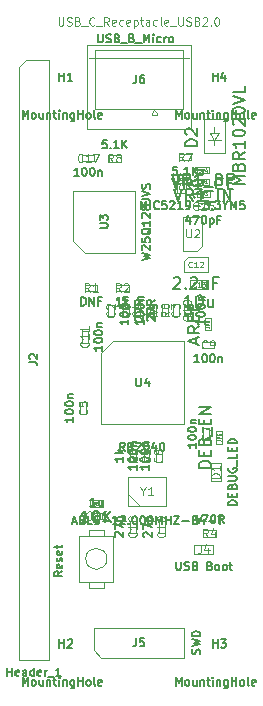
<source format=gbr>
G04 #@! TF.GenerationSoftware,KiCad,Pcbnew,(5.99.0-11673-ga90656900a)*
G04 #@! TF.CreationDate,2021-08-26T12:12:16+05:30*
G04 #@! TF.ProjectId,Mitayi-Pico-RP2040,4d697461-7969-42d5-9069-636f2d525032,0.1*
G04 #@! TF.SameCoordinates,Original*
G04 #@! TF.FileFunction,AssemblyDrawing,Top*
%FSLAX46Y46*%
G04 Gerber Fmt 4.6, Leading zero omitted, Abs format (unit mm)*
G04 Created by KiCad (PCBNEW (5.99.0-11673-ga90656900a)) date 2021-08-26 12:12:16*
%MOMM*%
%LPD*%
G01*
G04 APERTURE LIST*
%ADD10C,0.150000*%
%ADD11C,0.040000*%
%ADD12C,0.060000*%
%ADD13C,0.105000*%
%ADD14C,0.100000*%
%ADD15C,0.080000*%
G04 APERTURE END LIST*
D10*
X155582380Y-99581428D02*
X154582380Y-99581428D01*
X154582380Y-99343333D01*
X154630000Y-99200476D01*
X154725238Y-99105238D01*
X154820476Y-99057619D01*
X155010952Y-99010000D01*
X155153809Y-99010000D01*
X155344285Y-99057619D01*
X155439523Y-99105238D01*
X155534761Y-99200476D01*
X155582380Y-99343333D01*
X155582380Y-99581428D01*
X155058571Y-98581428D02*
X155058571Y-98248095D01*
X155582380Y-98105238D02*
X155582380Y-98581428D01*
X154582380Y-98581428D01*
X154582380Y-98105238D01*
X155058571Y-97343333D02*
X155106190Y-97200476D01*
X155153809Y-97152857D01*
X155249047Y-97105238D01*
X155391904Y-97105238D01*
X155487142Y-97152857D01*
X155534761Y-97200476D01*
X155582380Y-97295714D01*
X155582380Y-97676666D01*
X154582380Y-97676666D01*
X154582380Y-97343333D01*
X154630000Y-97248095D01*
X154677619Y-97200476D01*
X154772857Y-97152857D01*
X154868095Y-97152857D01*
X154963333Y-97200476D01*
X155010952Y-97248095D01*
X155058571Y-97343333D01*
X155058571Y-97676666D01*
X155677619Y-96914761D02*
X155677619Y-96152857D01*
X155058571Y-95914761D02*
X155058571Y-95581428D01*
X155582380Y-95438571D02*
X155582380Y-95914761D01*
X154582380Y-95914761D01*
X154582380Y-95438571D01*
X155582380Y-95010000D02*
X154582380Y-95010000D01*
X155582380Y-94438571D01*
X154582380Y-94438571D01*
D11*
X156157619Y-97226666D02*
X156343333Y-97226666D01*
X156380476Y-97239047D01*
X156405238Y-97263809D01*
X156417619Y-97300952D01*
X156417619Y-97325714D01*
X156417619Y-97102857D02*
X156157619Y-97102857D01*
X156157619Y-97003809D01*
X156170000Y-96979047D01*
X156182380Y-96966666D01*
X156207142Y-96954285D01*
X156244285Y-96954285D01*
X156269047Y-96966666D01*
X156281428Y-96979047D01*
X156293809Y-97003809D01*
X156293809Y-97102857D01*
X156157619Y-96731428D02*
X156157619Y-96780952D01*
X156170000Y-96805714D01*
X156182380Y-96818095D01*
X156219523Y-96842857D01*
X156269047Y-96855238D01*
X156368095Y-96855238D01*
X156392857Y-96842857D01*
X156405238Y-96830476D01*
X156417619Y-96805714D01*
X156417619Y-96756190D01*
X156405238Y-96731428D01*
X156392857Y-96719047D01*
X156368095Y-96706666D01*
X156306190Y-96706666D01*
X156281428Y-96719047D01*
X156269047Y-96731428D01*
X156256666Y-96756190D01*
X156256666Y-96805714D01*
X156269047Y-96830476D01*
X156281428Y-96842857D01*
X156306190Y-96855238D01*
D10*
X157776666Y-102733333D02*
X157076666Y-102733333D01*
X157076666Y-102566666D01*
X157110000Y-102466666D01*
X157176666Y-102400000D01*
X157243333Y-102366666D01*
X157376666Y-102333333D01*
X157476666Y-102333333D01*
X157610000Y-102366666D01*
X157676666Y-102400000D01*
X157743333Y-102466666D01*
X157776666Y-102566666D01*
X157776666Y-102733333D01*
X157410000Y-102033333D02*
X157410000Y-101800000D01*
X157776666Y-101700000D02*
X157776666Y-102033333D01*
X157076666Y-102033333D01*
X157076666Y-101700000D01*
X157410000Y-101166666D02*
X157443333Y-101066666D01*
X157476666Y-101033333D01*
X157543333Y-101000000D01*
X157643333Y-101000000D01*
X157710000Y-101033333D01*
X157743333Y-101066666D01*
X157776666Y-101133333D01*
X157776666Y-101400000D01*
X157076666Y-101400000D01*
X157076666Y-101166666D01*
X157110000Y-101100000D01*
X157143333Y-101066666D01*
X157210000Y-101033333D01*
X157276666Y-101033333D01*
X157343333Y-101066666D01*
X157376666Y-101100000D01*
X157410000Y-101166666D01*
X157410000Y-101400000D01*
X157076666Y-100700000D02*
X157643333Y-100700000D01*
X157710000Y-100666666D01*
X157743333Y-100633333D01*
X157776666Y-100566666D01*
X157776666Y-100433333D01*
X157743333Y-100366666D01*
X157710000Y-100333333D01*
X157643333Y-100300000D01*
X157076666Y-100300000D01*
X157110000Y-99600000D02*
X157076666Y-99666666D01*
X157076666Y-99766666D01*
X157110000Y-99866666D01*
X157176666Y-99933333D01*
X157243333Y-99966666D01*
X157376666Y-100000000D01*
X157476666Y-100000000D01*
X157610000Y-99966666D01*
X157676666Y-99933333D01*
X157743333Y-99866666D01*
X157776666Y-99766666D01*
X157776666Y-99700000D01*
X157743333Y-99600000D01*
X157710000Y-99566666D01*
X157476666Y-99566666D01*
X157476666Y-99700000D01*
X157843333Y-99433333D02*
X157843333Y-98900000D01*
X157776666Y-98400000D02*
X157776666Y-98733333D01*
X157076666Y-98733333D01*
X157410000Y-98166666D02*
X157410000Y-97933333D01*
X157776666Y-97833333D02*
X157776666Y-98166666D01*
X157076666Y-98166666D01*
X157076666Y-97833333D01*
X157776666Y-97533333D02*
X157076666Y-97533333D01*
X157076666Y-97366666D01*
X157110000Y-97266666D01*
X157176666Y-97200000D01*
X157243333Y-97166666D01*
X157376666Y-97133333D01*
X157476666Y-97133333D01*
X157610000Y-97166666D01*
X157676666Y-97200000D01*
X157743333Y-97266666D01*
X157776666Y-97366666D01*
X157776666Y-97533333D01*
D12*
X156346666Y-100466666D02*
X155646666Y-100466666D01*
X155646666Y-100300000D01*
X155680000Y-100200000D01*
X155746666Y-100133333D01*
X155813333Y-100100000D01*
X155946666Y-100066666D01*
X156046666Y-100066666D01*
X156180000Y-100100000D01*
X156246666Y-100133333D01*
X156313333Y-100200000D01*
X156346666Y-100300000D01*
X156346666Y-100466666D01*
X156346666Y-99400000D02*
X156346666Y-99800000D01*
X156346666Y-99600000D02*
X155646666Y-99600000D01*
X155746666Y-99666666D01*
X155813333Y-99733333D01*
X155846666Y-99800000D01*
D10*
X147513333Y-105430000D02*
X147480000Y-105396666D01*
X147446666Y-105330000D01*
X147446666Y-105163333D01*
X147480000Y-105096666D01*
X147513333Y-105063333D01*
X147580000Y-105030000D01*
X147646666Y-105030000D01*
X147746666Y-105063333D01*
X148146666Y-105463333D01*
X148146666Y-105030000D01*
X147446666Y-104796666D02*
X147446666Y-104330000D01*
X148146666Y-104630000D01*
X147680000Y-104063333D02*
X148380000Y-104063333D01*
X147713333Y-104063333D02*
X147680000Y-103996666D01*
X147680000Y-103863333D01*
X147713333Y-103796666D01*
X147746666Y-103763333D01*
X147813333Y-103730000D01*
X148013333Y-103730000D01*
X148080000Y-103763333D01*
X148113333Y-103796666D01*
X148146666Y-103863333D01*
X148146666Y-103996666D01*
X148113333Y-104063333D01*
D11*
X149240000Y-105030000D02*
X149273333Y-105063333D01*
X149306666Y-105163333D01*
X149306666Y-105230000D01*
X149273333Y-105330000D01*
X149206666Y-105396666D01*
X149140000Y-105430000D01*
X149006666Y-105463333D01*
X148906666Y-105463333D01*
X148773333Y-105430000D01*
X148706666Y-105396666D01*
X148640000Y-105330000D01*
X148606666Y-105230000D01*
X148606666Y-105163333D01*
X148640000Y-105063333D01*
X148673333Y-105030000D01*
X149306666Y-104363333D02*
X149306666Y-104763333D01*
X149306666Y-104563333D02*
X148606666Y-104563333D01*
X148706666Y-104630000D01*
X148773333Y-104696666D01*
X148806666Y-104763333D01*
X148906666Y-103963333D02*
X148873333Y-104030000D01*
X148840000Y-104063333D01*
X148773333Y-104096666D01*
X148740000Y-104096666D01*
X148673333Y-104063333D01*
X148640000Y-104030000D01*
X148606666Y-103963333D01*
X148606666Y-103830000D01*
X148640000Y-103763333D01*
X148673333Y-103730000D01*
X148740000Y-103696666D01*
X148773333Y-103696666D01*
X148840000Y-103730000D01*
X148873333Y-103763333D01*
X148906666Y-103830000D01*
X148906666Y-103963333D01*
X148940000Y-104030000D01*
X148973333Y-104063333D01*
X149040000Y-104096666D01*
X149173333Y-104096666D01*
X149240000Y-104063333D01*
X149273333Y-104030000D01*
X149306666Y-103963333D01*
X149306666Y-103830000D01*
X149273333Y-103763333D01*
X149240000Y-103730000D01*
X149173333Y-103696666D01*
X149040000Y-103696666D01*
X148973333Y-103730000D01*
X148940000Y-103763333D01*
X148906666Y-103830000D01*
D10*
X146406666Y-89273333D02*
X146406666Y-89673333D01*
X146406666Y-89473333D02*
X145706666Y-89473333D01*
X145806666Y-89540000D01*
X145873333Y-89606666D01*
X145906666Y-89673333D01*
X145706666Y-88840000D02*
X145706666Y-88773333D01*
X145740000Y-88706666D01*
X145773333Y-88673333D01*
X145840000Y-88640000D01*
X145973333Y-88606666D01*
X146140000Y-88606666D01*
X146273333Y-88640000D01*
X146340000Y-88673333D01*
X146373333Y-88706666D01*
X146406666Y-88773333D01*
X146406666Y-88840000D01*
X146373333Y-88906666D01*
X146340000Y-88940000D01*
X146273333Y-88973333D01*
X146140000Y-89006666D01*
X145973333Y-89006666D01*
X145840000Y-88973333D01*
X145773333Y-88940000D01*
X145740000Y-88906666D01*
X145706666Y-88840000D01*
X145706666Y-88173333D02*
X145706666Y-88106666D01*
X145740000Y-88040000D01*
X145773333Y-88006666D01*
X145840000Y-87973333D01*
X145973333Y-87940000D01*
X146140000Y-87940000D01*
X146273333Y-87973333D01*
X146340000Y-88006666D01*
X146373333Y-88040000D01*
X146406666Y-88106666D01*
X146406666Y-88173333D01*
X146373333Y-88240000D01*
X146340000Y-88273333D01*
X146273333Y-88306666D01*
X146140000Y-88340000D01*
X145973333Y-88340000D01*
X145840000Y-88306666D01*
X145773333Y-88273333D01*
X145740000Y-88240000D01*
X145706666Y-88173333D01*
X145940000Y-87640000D02*
X146406666Y-87640000D01*
X146006666Y-87640000D02*
X145973333Y-87606666D01*
X145940000Y-87540000D01*
X145940000Y-87440000D01*
X145973333Y-87373333D01*
X146040000Y-87340000D01*
X146406666Y-87340000D01*
D11*
X145180000Y-88940000D02*
X145213333Y-88973333D01*
X145246666Y-89073333D01*
X145246666Y-89140000D01*
X145213333Y-89240000D01*
X145146666Y-89306666D01*
X145080000Y-89340000D01*
X144946666Y-89373333D01*
X144846666Y-89373333D01*
X144713333Y-89340000D01*
X144646666Y-89306666D01*
X144580000Y-89240000D01*
X144546666Y-89140000D01*
X144546666Y-89073333D01*
X144580000Y-88973333D01*
X144613333Y-88940000D01*
X145246666Y-88273333D02*
X145246666Y-88673333D01*
X145246666Y-88473333D02*
X144546666Y-88473333D01*
X144646666Y-88540000D01*
X144713333Y-88606666D01*
X144746666Y-88673333D01*
X145246666Y-87606666D02*
X145246666Y-88006666D01*
X145246666Y-87806666D02*
X144546666Y-87806666D01*
X144646666Y-87873333D01*
X144713333Y-87940000D01*
X144746666Y-88006666D01*
D10*
X152656666Y-107546666D02*
X152656666Y-108113333D01*
X152690000Y-108180000D01*
X152723333Y-108213333D01*
X152790000Y-108246666D01*
X152923333Y-108246666D01*
X152990000Y-108213333D01*
X153023333Y-108180000D01*
X153056666Y-108113333D01*
X153056666Y-107546666D01*
X153356666Y-108213333D02*
X153456666Y-108246666D01*
X153623333Y-108246666D01*
X153690000Y-108213333D01*
X153723333Y-108180000D01*
X153756666Y-108113333D01*
X153756666Y-108046666D01*
X153723333Y-107980000D01*
X153690000Y-107946666D01*
X153623333Y-107913333D01*
X153490000Y-107880000D01*
X153423333Y-107846666D01*
X153390000Y-107813333D01*
X153356666Y-107746666D01*
X153356666Y-107680000D01*
X153390000Y-107613333D01*
X153423333Y-107580000D01*
X153490000Y-107546666D01*
X153656666Y-107546666D01*
X153756666Y-107580000D01*
X154290000Y-107880000D02*
X154390000Y-107913333D01*
X154423333Y-107946666D01*
X154456666Y-108013333D01*
X154456666Y-108113333D01*
X154423333Y-108180000D01*
X154390000Y-108213333D01*
X154323333Y-108246666D01*
X154056666Y-108246666D01*
X154056666Y-107546666D01*
X154290000Y-107546666D01*
X154356666Y-107580000D01*
X154390000Y-107613333D01*
X154423333Y-107680000D01*
X154423333Y-107746666D01*
X154390000Y-107813333D01*
X154356666Y-107846666D01*
X154290000Y-107880000D01*
X154056666Y-107880000D01*
X155523333Y-107880000D02*
X155623333Y-107913333D01*
X155656666Y-107946666D01*
X155690000Y-108013333D01*
X155690000Y-108113333D01*
X155656666Y-108180000D01*
X155623333Y-108213333D01*
X155556666Y-108246666D01*
X155290000Y-108246666D01*
X155290000Y-107546666D01*
X155523333Y-107546666D01*
X155590000Y-107580000D01*
X155623333Y-107613333D01*
X155656666Y-107680000D01*
X155656666Y-107746666D01*
X155623333Y-107813333D01*
X155590000Y-107846666D01*
X155523333Y-107880000D01*
X155290000Y-107880000D01*
X156090000Y-108246666D02*
X156023333Y-108213333D01*
X155990000Y-108180000D01*
X155956666Y-108113333D01*
X155956666Y-107913333D01*
X155990000Y-107846666D01*
X156023333Y-107813333D01*
X156090000Y-107780000D01*
X156190000Y-107780000D01*
X156256666Y-107813333D01*
X156290000Y-107846666D01*
X156323333Y-107913333D01*
X156323333Y-108113333D01*
X156290000Y-108180000D01*
X156256666Y-108213333D01*
X156190000Y-108246666D01*
X156090000Y-108246666D01*
X156723333Y-108246666D02*
X156656666Y-108213333D01*
X156623333Y-108180000D01*
X156590000Y-108113333D01*
X156590000Y-107913333D01*
X156623333Y-107846666D01*
X156656666Y-107813333D01*
X156723333Y-107780000D01*
X156823333Y-107780000D01*
X156890000Y-107813333D01*
X156923333Y-107846666D01*
X156956666Y-107913333D01*
X156956666Y-108113333D01*
X156923333Y-108180000D01*
X156890000Y-108213333D01*
X156823333Y-108246666D01*
X156723333Y-108246666D01*
X157156666Y-107780000D02*
X157423333Y-107780000D01*
X157256666Y-107546666D02*
X157256666Y-108146666D01*
X157290000Y-108213333D01*
X157356666Y-108246666D01*
X157423333Y-108246666D01*
D12*
X154756666Y-106116666D02*
X154756666Y-106616666D01*
X154723333Y-106716666D01*
X154656666Y-106783333D01*
X154556666Y-106816666D01*
X154490000Y-106816666D01*
X155390000Y-106350000D02*
X155390000Y-106816666D01*
X155223333Y-106083333D02*
X155056666Y-106583333D01*
X155490000Y-106583333D01*
D10*
X152279523Y-74682380D02*
X152612857Y-75682380D01*
X152946190Y-74682380D01*
X153850952Y-75682380D02*
X153517619Y-75206190D01*
X153279523Y-75682380D02*
X153279523Y-74682380D01*
X153660476Y-74682380D01*
X153755714Y-74730000D01*
X153803333Y-74777619D01*
X153850952Y-74872857D01*
X153850952Y-75015714D01*
X153803333Y-75110952D01*
X153755714Y-75158571D01*
X153660476Y-75206190D01*
X153279523Y-75206190D01*
X154803333Y-75682380D02*
X154231904Y-75682380D01*
X154517619Y-75682380D02*
X154517619Y-74682380D01*
X154422380Y-74825238D01*
X154327142Y-74920476D01*
X154231904Y-74968095D01*
X154993809Y-75777619D02*
X155755714Y-75777619D01*
X156327142Y-75158571D02*
X156470000Y-75206190D01*
X156517619Y-75253809D01*
X156565238Y-75349047D01*
X156565238Y-75491904D01*
X156517619Y-75587142D01*
X156470000Y-75634761D01*
X156374761Y-75682380D01*
X155993809Y-75682380D01*
X155993809Y-74682380D01*
X156327142Y-74682380D01*
X156422380Y-74730000D01*
X156470000Y-74777619D01*
X156517619Y-74872857D01*
X156517619Y-74968095D01*
X156470000Y-75063333D01*
X156422380Y-75110952D01*
X156327142Y-75158571D01*
X155993809Y-75158571D01*
X156993809Y-75682380D02*
X156993809Y-74682380D01*
X157374761Y-74682380D01*
X157470000Y-74730000D01*
X157517619Y-74777619D01*
X157565238Y-74872857D01*
X157565238Y-75015714D01*
X157517619Y-75110952D01*
X157470000Y-75158571D01*
X157374761Y-75206190D01*
X156993809Y-75206190D01*
D11*
X154753333Y-76257619D02*
X154753333Y-76443333D01*
X154740952Y-76480476D01*
X154716190Y-76505238D01*
X154679047Y-76517619D01*
X154654285Y-76517619D01*
X154877142Y-76517619D02*
X154877142Y-76257619D01*
X154976190Y-76257619D01*
X155000952Y-76270000D01*
X155013333Y-76282380D01*
X155025714Y-76307142D01*
X155025714Y-76344285D01*
X155013333Y-76369047D01*
X155000952Y-76381428D01*
X154976190Y-76393809D01*
X154877142Y-76393809D01*
X155112380Y-76257619D02*
X155273333Y-76257619D01*
X155186666Y-76356666D01*
X155223809Y-76356666D01*
X155248571Y-76369047D01*
X155260952Y-76381428D01*
X155273333Y-76406190D01*
X155273333Y-76468095D01*
X155260952Y-76492857D01*
X155248571Y-76505238D01*
X155223809Y-76517619D01*
X155149523Y-76517619D01*
X155124761Y-76505238D01*
X155112380Y-76492857D01*
D10*
X154972380Y-76152857D02*
X154972380Y-76724285D01*
X154972380Y-76438571D02*
X153972380Y-76438571D01*
X154115238Y-76533809D01*
X154210476Y-76629047D01*
X154258095Y-76724285D01*
X153972380Y-75533809D02*
X153972380Y-75438571D01*
X154020000Y-75343333D01*
X154067619Y-75295714D01*
X154162857Y-75248095D01*
X154353333Y-75200476D01*
X154591428Y-75200476D01*
X154781904Y-75248095D01*
X154877142Y-75295714D01*
X154924761Y-75343333D01*
X154972380Y-75438571D01*
X154972380Y-75533809D01*
X154924761Y-75629047D01*
X154877142Y-75676666D01*
X154781904Y-75724285D01*
X154591428Y-75771904D01*
X154353333Y-75771904D01*
X154162857Y-75724285D01*
X154067619Y-75676666D01*
X154020000Y-75629047D01*
X153972380Y-75533809D01*
X154305714Y-74343333D02*
X154972380Y-74343333D01*
X154305714Y-74771904D02*
X154829523Y-74771904D01*
X154924761Y-74724285D01*
X154972380Y-74629047D01*
X154972380Y-74486190D01*
X154924761Y-74390952D01*
X154877142Y-74343333D01*
D12*
X153232857Y-75767142D02*
X153251904Y-75786190D01*
X153270952Y-75843333D01*
X153270952Y-75881428D01*
X153251904Y-75938571D01*
X153213809Y-75976666D01*
X153175714Y-75995714D01*
X153099523Y-76014761D01*
X153042380Y-76014761D01*
X152966190Y-75995714D01*
X152928095Y-75976666D01*
X152890000Y-75938571D01*
X152870952Y-75881428D01*
X152870952Y-75843333D01*
X152890000Y-75786190D01*
X152909047Y-75767142D01*
X153270952Y-75386190D02*
X153270952Y-75614761D01*
X153270952Y-75500476D02*
X152870952Y-75500476D01*
X152928095Y-75538571D01*
X152966190Y-75576666D01*
X152985238Y-75614761D01*
X153004285Y-75043333D02*
X153270952Y-75043333D01*
X152851904Y-75138571D02*
X153137619Y-75233809D01*
X153137619Y-74986190D01*
D10*
X143956666Y-95303333D02*
X143956666Y-95703333D01*
X143956666Y-95503333D02*
X143256666Y-95503333D01*
X143356666Y-95570000D01*
X143423333Y-95636666D01*
X143456666Y-95703333D01*
X143256666Y-94870000D02*
X143256666Y-94803333D01*
X143290000Y-94736666D01*
X143323333Y-94703333D01*
X143390000Y-94670000D01*
X143523333Y-94636666D01*
X143690000Y-94636666D01*
X143823333Y-94670000D01*
X143890000Y-94703333D01*
X143923333Y-94736666D01*
X143956666Y-94803333D01*
X143956666Y-94870000D01*
X143923333Y-94936666D01*
X143890000Y-94970000D01*
X143823333Y-95003333D01*
X143690000Y-95036666D01*
X143523333Y-95036666D01*
X143390000Y-95003333D01*
X143323333Y-94970000D01*
X143290000Y-94936666D01*
X143256666Y-94870000D01*
X143256666Y-94203333D02*
X143256666Y-94136666D01*
X143290000Y-94070000D01*
X143323333Y-94036666D01*
X143390000Y-94003333D01*
X143523333Y-93970000D01*
X143690000Y-93970000D01*
X143823333Y-94003333D01*
X143890000Y-94036666D01*
X143923333Y-94070000D01*
X143956666Y-94136666D01*
X143956666Y-94203333D01*
X143923333Y-94270000D01*
X143890000Y-94303333D01*
X143823333Y-94336666D01*
X143690000Y-94370000D01*
X143523333Y-94370000D01*
X143390000Y-94336666D01*
X143323333Y-94303333D01*
X143290000Y-94270000D01*
X143256666Y-94203333D01*
X143490000Y-93670000D02*
X143956666Y-93670000D01*
X143556666Y-93670000D02*
X143523333Y-93636666D01*
X143490000Y-93570000D01*
X143490000Y-93470000D01*
X143523333Y-93403333D01*
X143590000Y-93370000D01*
X143956666Y-93370000D01*
D11*
X145050000Y-94636666D02*
X145083333Y-94670000D01*
X145116666Y-94770000D01*
X145116666Y-94836666D01*
X145083333Y-94936666D01*
X145016666Y-95003333D01*
X144950000Y-95036666D01*
X144816666Y-95070000D01*
X144716666Y-95070000D01*
X144583333Y-95036666D01*
X144516666Y-95003333D01*
X144450000Y-94936666D01*
X144416666Y-94836666D01*
X144416666Y-94770000D01*
X144450000Y-94670000D01*
X144483333Y-94636666D01*
X144416666Y-94003333D02*
X144416666Y-94336666D01*
X144750000Y-94370000D01*
X144716666Y-94336666D01*
X144683333Y-94270000D01*
X144683333Y-94103333D01*
X144716666Y-94036666D01*
X144750000Y-94003333D01*
X144816666Y-93970000D01*
X144983333Y-93970000D01*
X145050000Y-94003333D01*
X145083333Y-94036666D01*
X145116666Y-94103333D01*
X145116666Y-94270000D01*
X145083333Y-94336666D01*
X145050000Y-94370000D01*
D10*
X155081666Y-87053333D02*
X155081666Y-87453333D01*
X155081666Y-87253333D02*
X154381666Y-87253333D01*
X154481666Y-87320000D01*
X154548333Y-87386666D01*
X154581666Y-87453333D01*
X154381666Y-86620000D02*
X154381666Y-86553333D01*
X154415000Y-86486666D01*
X154448333Y-86453333D01*
X154515000Y-86420000D01*
X154648333Y-86386666D01*
X154815000Y-86386666D01*
X154948333Y-86420000D01*
X155015000Y-86453333D01*
X155048333Y-86486666D01*
X155081666Y-86553333D01*
X155081666Y-86620000D01*
X155048333Y-86686666D01*
X155015000Y-86720000D01*
X154948333Y-86753333D01*
X154815000Y-86786666D01*
X154648333Y-86786666D01*
X154515000Y-86753333D01*
X154448333Y-86720000D01*
X154415000Y-86686666D01*
X154381666Y-86620000D01*
X154381666Y-85953333D02*
X154381666Y-85886666D01*
X154415000Y-85820000D01*
X154448333Y-85786666D01*
X154515000Y-85753333D01*
X154648333Y-85720000D01*
X154815000Y-85720000D01*
X154948333Y-85753333D01*
X155015000Y-85786666D01*
X155048333Y-85820000D01*
X155081666Y-85886666D01*
X155081666Y-85953333D01*
X155048333Y-86020000D01*
X155015000Y-86053333D01*
X154948333Y-86086666D01*
X154815000Y-86120000D01*
X154648333Y-86120000D01*
X154515000Y-86086666D01*
X154448333Y-86053333D01*
X154415000Y-86020000D01*
X154381666Y-85953333D01*
X154615000Y-85420000D02*
X155081666Y-85420000D01*
X154681666Y-85420000D02*
X154648333Y-85386666D01*
X154615000Y-85320000D01*
X154615000Y-85220000D01*
X154648333Y-85153333D01*
X154715000Y-85120000D01*
X155081666Y-85120000D01*
D11*
X153855000Y-86720000D02*
X153888333Y-86753333D01*
X153921666Y-86853333D01*
X153921666Y-86920000D01*
X153888333Y-87020000D01*
X153821666Y-87086666D01*
X153755000Y-87120000D01*
X153621666Y-87153333D01*
X153521666Y-87153333D01*
X153388333Y-87120000D01*
X153321666Y-87086666D01*
X153255000Y-87020000D01*
X153221666Y-86920000D01*
X153221666Y-86853333D01*
X153255000Y-86753333D01*
X153288333Y-86720000D01*
X153921666Y-86053333D02*
X153921666Y-86453333D01*
X153921666Y-86253333D02*
X153221666Y-86253333D01*
X153321666Y-86320000D01*
X153388333Y-86386666D01*
X153421666Y-86453333D01*
X153221666Y-85620000D02*
X153221666Y-85553333D01*
X153255000Y-85486666D01*
X153288333Y-85453333D01*
X153355000Y-85420000D01*
X153488333Y-85386666D01*
X153655000Y-85386666D01*
X153788333Y-85420000D01*
X153855000Y-85453333D01*
X153888333Y-85486666D01*
X153921666Y-85553333D01*
X153921666Y-85620000D01*
X153888333Y-85686666D01*
X153855000Y-85720000D01*
X153788333Y-85753333D01*
X153655000Y-85786666D01*
X153488333Y-85786666D01*
X153355000Y-85753333D01*
X153288333Y-85720000D01*
X153255000Y-85686666D01*
X153221666Y-85620000D01*
D10*
X145793333Y-102816666D02*
X145393333Y-102816666D01*
X145593333Y-102816666D02*
X145593333Y-102116666D01*
X145526666Y-102216666D01*
X145460000Y-102283333D01*
X145393333Y-102316666D01*
X146393333Y-102350000D02*
X146393333Y-102816666D01*
X146093333Y-102350000D02*
X146093333Y-102716666D01*
X146126666Y-102783333D01*
X146193333Y-102816666D01*
X146293333Y-102816666D01*
X146360000Y-102783333D01*
X146393333Y-102750000D01*
D11*
X145460000Y-103910000D02*
X145426666Y-103943333D01*
X145326666Y-103976666D01*
X145260000Y-103976666D01*
X145160000Y-103943333D01*
X145093333Y-103876666D01*
X145060000Y-103810000D01*
X145026666Y-103676666D01*
X145026666Y-103576666D01*
X145060000Y-103443333D01*
X145093333Y-103376666D01*
X145160000Y-103310000D01*
X145260000Y-103276666D01*
X145326666Y-103276666D01*
X145426666Y-103310000D01*
X145460000Y-103343333D01*
X146126666Y-103976666D02*
X145726666Y-103976666D01*
X145926666Y-103976666D02*
X145926666Y-103276666D01*
X145860000Y-103376666D01*
X145793333Y-103443333D01*
X145726666Y-103476666D01*
X146726666Y-103276666D02*
X146593333Y-103276666D01*
X146526666Y-103310000D01*
X146493333Y-103343333D01*
X146426666Y-103443333D01*
X146393333Y-103576666D01*
X146393333Y-103843333D01*
X146426666Y-103910000D01*
X146460000Y-103943333D01*
X146526666Y-103976666D01*
X146660000Y-103976666D01*
X146726666Y-103943333D01*
X146760000Y-103910000D01*
X146793333Y-103843333D01*
X146793333Y-103676666D01*
X146760000Y-103610000D01*
X146726666Y-103576666D01*
X146660000Y-103543333D01*
X146526666Y-103543333D01*
X146460000Y-103576666D01*
X146426666Y-103610000D01*
X146393333Y-103676666D01*
D10*
X148016666Y-85856666D02*
X147616666Y-85856666D01*
X147816666Y-85856666D02*
X147816666Y-85156666D01*
X147750000Y-85256666D01*
X147683333Y-85323333D01*
X147616666Y-85356666D01*
X148316666Y-85856666D02*
X148316666Y-85156666D01*
X148383333Y-85590000D02*
X148583333Y-85856666D01*
X148583333Y-85390000D02*
X148316666Y-85656666D01*
D11*
X147983333Y-84686666D02*
X147750000Y-84353333D01*
X147583333Y-84686666D02*
X147583333Y-83986666D01*
X147850000Y-83986666D01*
X147916666Y-84020000D01*
X147950000Y-84053333D01*
X147983333Y-84120000D01*
X147983333Y-84220000D01*
X147950000Y-84286666D01*
X147916666Y-84320000D01*
X147850000Y-84353333D01*
X147583333Y-84353333D01*
X148250000Y-84053333D02*
X148283333Y-84020000D01*
X148350000Y-83986666D01*
X148516666Y-83986666D01*
X148583333Y-84020000D01*
X148616666Y-84053333D01*
X148650000Y-84120000D01*
X148650000Y-84186666D01*
X148616666Y-84286666D01*
X148216666Y-84686666D01*
X148650000Y-84686666D01*
D10*
X154586666Y-103820000D02*
X154586666Y-104286666D01*
X154420000Y-103553333D02*
X154253333Y-104053333D01*
X154686666Y-104053333D01*
X154886666Y-103586666D02*
X155353333Y-103586666D01*
X155053333Y-104286666D01*
X155753333Y-103586666D02*
X155820000Y-103586666D01*
X155886666Y-103620000D01*
X155920000Y-103653333D01*
X155953333Y-103720000D01*
X155986666Y-103853333D01*
X155986666Y-104020000D01*
X155953333Y-104153333D01*
X155920000Y-104220000D01*
X155886666Y-104253333D01*
X155820000Y-104286666D01*
X155753333Y-104286666D01*
X155686666Y-104253333D01*
X155653333Y-104220000D01*
X155620000Y-104153333D01*
X155586666Y-104020000D01*
X155586666Y-103853333D01*
X155620000Y-103720000D01*
X155653333Y-103653333D01*
X155686666Y-103620000D01*
X155753333Y-103586666D01*
X156686666Y-104286666D02*
X156453333Y-103953333D01*
X156286666Y-104286666D02*
X156286666Y-103586666D01*
X156553333Y-103586666D01*
X156620000Y-103620000D01*
X156653333Y-103653333D01*
X156686666Y-103720000D01*
X156686666Y-103820000D01*
X156653333Y-103886666D01*
X156620000Y-103920000D01*
X156553333Y-103953333D01*
X156286666Y-103953333D01*
D11*
X155353333Y-105456666D02*
X155120000Y-105123333D01*
X154953333Y-105456666D02*
X154953333Y-104756666D01*
X155220000Y-104756666D01*
X155286666Y-104790000D01*
X155320000Y-104823333D01*
X155353333Y-104890000D01*
X155353333Y-104990000D01*
X155320000Y-105056666D01*
X155286666Y-105090000D01*
X155220000Y-105123333D01*
X154953333Y-105123333D01*
X155953333Y-104990000D02*
X155953333Y-105456666D01*
X155786666Y-104723333D02*
X155620000Y-105223333D01*
X156053333Y-105223333D01*
D10*
X152650000Y-118026666D02*
X152650000Y-117326666D01*
X152883333Y-117826666D01*
X153116666Y-117326666D01*
X153116666Y-118026666D01*
X153550000Y-118026666D02*
X153483333Y-117993333D01*
X153450000Y-117960000D01*
X153416666Y-117893333D01*
X153416666Y-117693333D01*
X153450000Y-117626666D01*
X153483333Y-117593333D01*
X153550000Y-117560000D01*
X153650000Y-117560000D01*
X153716666Y-117593333D01*
X153750000Y-117626666D01*
X153783333Y-117693333D01*
X153783333Y-117893333D01*
X153750000Y-117960000D01*
X153716666Y-117993333D01*
X153650000Y-118026666D01*
X153550000Y-118026666D01*
X154383333Y-117560000D02*
X154383333Y-118026666D01*
X154083333Y-117560000D02*
X154083333Y-117926666D01*
X154116666Y-117993333D01*
X154183333Y-118026666D01*
X154283333Y-118026666D01*
X154350000Y-117993333D01*
X154383333Y-117960000D01*
X154716666Y-117560000D02*
X154716666Y-118026666D01*
X154716666Y-117626666D02*
X154750000Y-117593333D01*
X154816666Y-117560000D01*
X154916666Y-117560000D01*
X154983333Y-117593333D01*
X155016666Y-117660000D01*
X155016666Y-118026666D01*
X155250000Y-117560000D02*
X155516666Y-117560000D01*
X155350000Y-117326666D02*
X155350000Y-117926666D01*
X155383333Y-117993333D01*
X155450000Y-118026666D01*
X155516666Y-118026666D01*
X155750000Y-118026666D02*
X155750000Y-117560000D01*
X155750000Y-117326666D02*
X155716666Y-117360000D01*
X155750000Y-117393333D01*
X155783333Y-117360000D01*
X155750000Y-117326666D01*
X155750000Y-117393333D01*
X156083333Y-117560000D02*
X156083333Y-118026666D01*
X156083333Y-117626666D02*
X156116666Y-117593333D01*
X156183333Y-117560000D01*
X156283333Y-117560000D01*
X156350000Y-117593333D01*
X156383333Y-117660000D01*
X156383333Y-118026666D01*
X157016666Y-117560000D02*
X157016666Y-118126666D01*
X156983333Y-118193333D01*
X156950000Y-118226666D01*
X156883333Y-118260000D01*
X156783333Y-118260000D01*
X156716666Y-118226666D01*
X157016666Y-117993333D02*
X156950000Y-118026666D01*
X156816666Y-118026666D01*
X156750000Y-117993333D01*
X156716666Y-117960000D01*
X156683333Y-117893333D01*
X156683333Y-117693333D01*
X156716666Y-117626666D01*
X156750000Y-117593333D01*
X156816666Y-117560000D01*
X156950000Y-117560000D01*
X157016666Y-117593333D01*
X157350000Y-118026666D02*
X157350000Y-117326666D01*
X157350000Y-117660000D02*
X157750000Y-117660000D01*
X157750000Y-118026666D02*
X157750000Y-117326666D01*
X158183333Y-118026666D02*
X158116666Y-117993333D01*
X158083333Y-117960000D01*
X158050000Y-117893333D01*
X158050000Y-117693333D01*
X158083333Y-117626666D01*
X158116666Y-117593333D01*
X158183333Y-117560000D01*
X158283333Y-117560000D01*
X158350000Y-117593333D01*
X158383333Y-117626666D01*
X158416666Y-117693333D01*
X158416666Y-117893333D01*
X158383333Y-117960000D01*
X158350000Y-117993333D01*
X158283333Y-118026666D01*
X158183333Y-118026666D01*
X158816666Y-118026666D02*
X158750000Y-117993333D01*
X158716666Y-117926666D01*
X158716666Y-117326666D01*
X159350000Y-117993333D02*
X159283333Y-118026666D01*
X159150000Y-118026666D01*
X159083333Y-117993333D01*
X159050000Y-117926666D01*
X159050000Y-117660000D01*
X159083333Y-117593333D01*
X159150000Y-117560000D01*
X159283333Y-117560000D01*
X159350000Y-117593333D01*
X159383333Y-117660000D01*
X159383333Y-117726666D01*
X159050000Y-117793333D01*
X155766666Y-114826666D02*
X155766666Y-114126666D01*
X155766666Y-114460000D02*
X156166666Y-114460000D01*
X156166666Y-114826666D02*
X156166666Y-114126666D01*
X156433333Y-114126666D02*
X156866666Y-114126666D01*
X156633333Y-114393333D01*
X156733333Y-114393333D01*
X156800000Y-114426666D01*
X156833333Y-114460000D01*
X156866666Y-114526666D01*
X156866666Y-114693333D01*
X156833333Y-114760000D01*
X156800000Y-114793333D01*
X156733333Y-114826666D01*
X156533333Y-114826666D01*
X156466666Y-114793333D01*
X156433333Y-114760000D01*
X148166666Y-98663333D02*
X148166666Y-99063333D01*
X148166666Y-98863333D02*
X147466666Y-98863333D01*
X147566666Y-98930000D01*
X147633333Y-98996666D01*
X147666666Y-99063333D01*
X148166666Y-98363333D02*
X147466666Y-98363333D01*
X147900000Y-98296666D02*
X148166666Y-98096666D01*
X147700000Y-98096666D02*
X147966666Y-98363333D01*
D11*
X149336666Y-98696666D02*
X149003333Y-98930000D01*
X149336666Y-99096666D02*
X148636666Y-99096666D01*
X148636666Y-98830000D01*
X148670000Y-98763333D01*
X148703333Y-98730000D01*
X148770000Y-98696666D01*
X148870000Y-98696666D01*
X148936666Y-98730000D01*
X148970000Y-98763333D01*
X149003333Y-98830000D01*
X149003333Y-99096666D01*
X148636666Y-98463333D02*
X148636666Y-98030000D01*
X148903333Y-98263333D01*
X148903333Y-98163333D01*
X148936666Y-98096666D01*
X148970000Y-98063333D01*
X149036666Y-98030000D01*
X149203333Y-98030000D01*
X149270000Y-98063333D01*
X149303333Y-98096666D01*
X149336666Y-98163333D01*
X149336666Y-98363333D01*
X149303333Y-98430000D01*
X149270000Y-98463333D01*
D10*
X154596666Y-90646666D02*
X154196666Y-90646666D01*
X154396666Y-90646666D02*
X154396666Y-89946666D01*
X154330000Y-90046666D01*
X154263333Y-90113333D01*
X154196666Y-90146666D01*
X155030000Y-89946666D02*
X155096666Y-89946666D01*
X155163333Y-89980000D01*
X155196666Y-90013333D01*
X155230000Y-90080000D01*
X155263333Y-90213333D01*
X155263333Y-90380000D01*
X155230000Y-90513333D01*
X155196666Y-90580000D01*
X155163333Y-90613333D01*
X155096666Y-90646666D01*
X155030000Y-90646666D01*
X154963333Y-90613333D01*
X154930000Y-90580000D01*
X154896666Y-90513333D01*
X154863333Y-90380000D01*
X154863333Y-90213333D01*
X154896666Y-90080000D01*
X154930000Y-90013333D01*
X154963333Y-89980000D01*
X155030000Y-89946666D01*
X155696666Y-89946666D02*
X155763333Y-89946666D01*
X155830000Y-89980000D01*
X155863333Y-90013333D01*
X155896666Y-90080000D01*
X155930000Y-90213333D01*
X155930000Y-90380000D01*
X155896666Y-90513333D01*
X155863333Y-90580000D01*
X155830000Y-90613333D01*
X155763333Y-90646666D01*
X155696666Y-90646666D01*
X155630000Y-90613333D01*
X155596666Y-90580000D01*
X155563333Y-90513333D01*
X155530000Y-90380000D01*
X155530000Y-90213333D01*
X155563333Y-90080000D01*
X155596666Y-90013333D01*
X155630000Y-89980000D01*
X155696666Y-89946666D01*
X156230000Y-90180000D02*
X156230000Y-90646666D01*
X156230000Y-90246666D02*
X156263333Y-90213333D01*
X156330000Y-90180000D01*
X156430000Y-90180000D01*
X156496666Y-90213333D01*
X156530000Y-90280000D01*
X156530000Y-90646666D01*
D11*
X155263333Y-89420000D02*
X155230000Y-89453333D01*
X155130000Y-89486666D01*
X155063333Y-89486666D01*
X154963333Y-89453333D01*
X154896666Y-89386666D01*
X154863333Y-89320000D01*
X154830000Y-89186666D01*
X154830000Y-89086666D01*
X154863333Y-88953333D01*
X154896666Y-88886666D01*
X154963333Y-88820000D01*
X155063333Y-88786666D01*
X155130000Y-88786666D01*
X155230000Y-88820000D01*
X155263333Y-88853333D01*
X155596666Y-89486666D02*
X155730000Y-89486666D01*
X155796666Y-89453333D01*
X155830000Y-89420000D01*
X155896666Y-89320000D01*
X155930000Y-89186666D01*
X155930000Y-88920000D01*
X155896666Y-88853333D01*
X155863333Y-88820000D01*
X155796666Y-88786666D01*
X155663333Y-88786666D01*
X155596666Y-88820000D01*
X155563333Y-88853333D01*
X155530000Y-88920000D01*
X155530000Y-89086666D01*
X155563333Y-89153333D01*
X155596666Y-89186666D01*
X155663333Y-89220000D01*
X155796666Y-89220000D01*
X155863333Y-89186666D01*
X155896666Y-89153333D01*
X155930000Y-89086666D01*
D10*
X143883333Y-104166666D02*
X144216666Y-104166666D01*
X143816666Y-104366666D02*
X144050000Y-103666666D01*
X144283333Y-104366666D01*
X144750000Y-104000000D02*
X144850000Y-104033333D01*
X144883333Y-104066666D01*
X144916666Y-104133333D01*
X144916666Y-104233333D01*
X144883333Y-104300000D01*
X144850000Y-104333333D01*
X144783333Y-104366666D01*
X144516666Y-104366666D01*
X144516666Y-103666666D01*
X144750000Y-103666666D01*
X144816666Y-103700000D01*
X144850000Y-103733333D01*
X144883333Y-103800000D01*
X144883333Y-103866666D01*
X144850000Y-103933333D01*
X144816666Y-103966666D01*
X144750000Y-104000000D01*
X144516666Y-104000000D01*
X145550000Y-104366666D02*
X145216666Y-104366666D01*
X145216666Y-103666666D01*
X145750000Y-104333333D02*
X145850000Y-104366666D01*
X146016666Y-104366666D01*
X146083333Y-104333333D01*
X146116666Y-104300000D01*
X146150000Y-104233333D01*
X146150000Y-104166666D01*
X146116666Y-104100000D01*
X146083333Y-104066666D01*
X146016666Y-104033333D01*
X145883333Y-104000000D01*
X145816666Y-103966666D01*
X145783333Y-103933333D01*
X145750000Y-103866666D01*
X145750000Y-103800000D01*
X145783333Y-103733333D01*
X145816666Y-103700000D01*
X145883333Y-103666666D01*
X146050000Y-103666666D01*
X146150000Y-103700000D01*
X146450000Y-104100000D02*
X146983333Y-104100000D01*
X147683333Y-104366666D02*
X147283333Y-104366666D01*
X147483333Y-104366666D02*
X147483333Y-103666666D01*
X147416666Y-103766666D01*
X147350000Y-103833333D01*
X147283333Y-103866666D01*
X147950000Y-103733333D02*
X147983333Y-103700000D01*
X148050000Y-103666666D01*
X148216666Y-103666666D01*
X148283333Y-103700000D01*
X148316666Y-103733333D01*
X148350000Y-103800000D01*
X148350000Y-103866666D01*
X148316666Y-103966666D01*
X147916666Y-104366666D01*
X148350000Y-104366666D01*
X148650000Y-104300000D02*
X148683333Y-104333333D01*
X148650000Y-104366666D01*
X148616666Y-104333333D01*
X148650000Y-104300000D01*
X148650000Y-104366666D01*
X149116666Y-103666666D02*
X149183333Y-103666666D01*
X149250000Y-103700000D01*
X149283333Y-103733333D01*
X149316666Y-103800000D01*
X149350000Y-103933333D01*
X149350000Y-104100000D01*
X149316666Y-104233333D01*
X149283333Y-104300000D01*
X149250000Y-104333333D01*
X149183333Y-104366666D01*
X149116666Y-104366666D01*
X149050000Y-104333333D01*
X149016666Y-104300000D01*
X148983333Y-104233333D01*
X148950000Y-104100000D01*
X148950000Y-103933333D01*
X148983333Y-103800000D01*
X149016666Y-103733333D01*
X149050000Y-103700000D01*
X149116666Y-103666666D01*
X149783333Y-103666666D02*
X149850000Y-103666666D01*
X149916666Y-103700000D01*
X149950000Y-103733333D01*
X149983333Y-103800000D01*
X150016666Y-103933333D01*
X150016666Y-104100000D01*
X149983333Y-104233333D01*
X149950000Y-104300000D01*
X149916666Y-104333333D01*
X149850000Y-104366666D01*
X149783333Y-104366666D01*
X149716666Y-104333333D01*
X149683333Y-104300000D01*
X149650000Y-104233333D01*
X149616666Y-104100000D01*
X149616666Y-103933333D01*
X149650000Y-103800000D01*
X149683333Y-103733333D01*
X149716666Y-103700000D01*
X149783333Y-103666666D01*
X150450000Y-103666666D02*
X150516666Y-103666666D01*
X150583333Y-103700000D01*
X150616666Y-103733333D01*
X150650000Y-103800000D01*
X150683333Y-103933333D01*
X150683333Y-104100000D01*
X150650000Y-104233333D01*
X150616666Y-104300000D01*
X150583333Y-104333333D01*
X150516666Y-104366666D01*
X150450000Y-104366666D01*
X150383333Y-104333333D01*
X150350000Y-104300000D01*
X150316666Y-104233333D01*
X150283333Y-104100000D01*
X150283333Y-103933333D01*
X150316666Y-103800000D01*
X150350000Y-103733333D01*
X150383333Y-103700000D01*
X150450000Y-103666666D01*
X150983333Y-104366666D02*
X150983333Y-103666666D01*
X151216666Y-104166666D01*
X151450000Y-103666666D01*
X151450000Y-104366666D01*
X151783333Y-104366666D02*
X151783333Y-103666666D01*
X151783333Y-104000000D02*
X152183333Y-104000000D01*
X152183333Y-104366666D02*
X152183333Y-103666666D01*
X152450000Y-103666666D02*
X152916666Y-103666666D01*
X152450000Y-104366666D01*
X152916666Y-104366666D01*
X153183333Y-104100000D02*
X153716666Y-104100000D01*
X154283333Y-104000000D02*
X154383333Y-104033333D01*
X154416666Y-104066666D01*
X154450000Y-104133333D01*
X154450000Y-104233333D01*
X154416666Y-104300000D01*
X154383333Y-104333333D01*
X154316666Y-104366666D01*
X154050000Y-104366666D01*
X154050000Y-103666666D01*
X154283333Y-103666666D01*
X154350000Y-103700000D01*
X154383333Y-103733333D01*
X154416666Y-103800000D01*
X154416666Y-103866666D01*
X154383333Y-103933333D01*
X154350000Y-103966666D01*
X154283333Y-104000000D01*
X154050000Y-104000000D01*
X155050000Y-103900000D02*
X155050000Y-104366666D01*
X154883333Y-103633333D02*
X154716666Y-104133333D01*
X155150000Y-104133333D01*
X155416666Y-104100000D02*
X155950000Y-104100000D01*
X156183333Y-103666666D02*
X156583333Y-103666666D01*
X156383333Y-104366666D02*
X156383333Y-103666666D01*
D13*
X149866666Y-101583333D02*
X149866666Y-101916666D01*
X149633333Y-101216666D02*
X149866666Y-101583333D01*
X150100000Y-101216666D01*
X150700000Y-101916666D02*
X150300000Y-101916666D01*
X150500000Y-101916666D02*
X150500000Y-101216666D01*
X150433333Y-101316666D01*
X150366666Y-101383333D01*
X150300000Y-101416666D01*
D10*
X148303333Y-98156666D02*
X148070000Y-97823333D01*
X147903333Y-98156666D02*
X147903333Y-97456666D01*
X148170000Y-97456666D01*
X148236666Y-97490000D01*
X148270000Y-97523333D01*
X148303333Y-97590000D01*
X148303333Y-97690000D01*
X148270000Y-97756666D01*
X148236666Y-97790000D01*
X148170000Y-97823333D01*
X147903333Y-97823333D01*
X148603333Y-98156666D02*
X148603333Y-97456666D01*
X148870000Y-97456666D01*
X148936666Y-97490000D01*
X148970000Y-97523333D01*
X149003333Y-97590000D01*
X149003333Y-97690000D01*
X148970000Y-97756666D01*
X148936666Y-97790000D01*
X148870000Y-97823333D01*
X148603333Y-97823333D01*
X149270000Y-97523333D02*
X149303333Y-97490000D01*
X149370000Y-97456666D01*
X149536666Y-97456666D01*
X149603333Y-97490000D01*
X149636666Y-97523333D01*
X149670000Y-97590000D01*
X149670000Y-97656666D01*
X149636666Y-97756666D01*
X149236666Y-98156666D01*
X149670000Y-98156666D01*
X150103333Y-97456666D02*
X150170000Y-97456666D01*
X150236666Y-97490000D01*
X150270000Y-97523333D01*
X150303333Y-97590000D01*
X150336666Y-97723333D01*
X150336666Y-97890000D01*
X150303333Y-98023333D01*
X150270000Y-98090000D01*
X150236666Y-98123333D01*
X150170000Y-98156666D01*
X150103333Y-98156666D01*
X150036666Y-98123333D01*
X150003333Y-98090000D01*
X149970000Y-98023333D01*
X149936666Y-97890000D01*
X149936666Y-97723333D01*
X149970000Y-97590000D01*
X150003333Y-97523333D01*
X150036666Y-97490000D01*
X150103333Y-97456666D01*
X150936666Y-97690000D02*
X150936666Y-98156666D01*
X150770000Y-97423333D02*
X150603333Y-97923333D01*
X151036666Y-97923333D01*
X151436666Y-97456666D02*
X151503333Y-97456666D01*
X151570000Y-97490000D01*
X151603333Y-97523333D01*
X151636666Y-97590000D01*
X151670000Y-97723333D01*
X151670000Y-97890000D01*
X151636666Y-98023333D01*
X151603333Y-98090000D01*
X151570000Y-98123333D01*
X151503333Y-98156666D01*
X151436666Y-98156666D01*
X151370000Y-98123333D01*
X151336666Y-98090000D01*
X151303333Y-98023333D01*
X151270000Y-97890000D01*
X151270000Y-97723333D01*
X151303333Y-97590000D01*
X151336666Y-97523333D01*
X151370000Y-97490000D01*
X151436666Y-97456666D01*
X149286666Y-91986666D02*
X149286666Y-92553333D01*
X149320000Y-92620000D01*
X149353333Y-92653333D01*
X149420000Y-92686666D01*
X149553333Y-92686666D01*
X149620000Y-92653333D01*
X149653333Y-92620000D01*
X149686666Y-92553333D01*
X149686666Y-91986666D01*
X150320000Y-92220000D02*
X150320000Y-92686666D01*
X150153333Y-91953333D02*
X149986666Y-92453333D01*
X150420000Y-92453333D01*
X149238333Y-87133333D02*
X149205000Y-87100000D01*
X149171666Y-87033333D01*
X149171666Y-86866666D01*
X149205000Y-86800000D01*
X149238333Y-86766666D01*
X149305000Y-86733333D01*
X149371666Y-86733333D01*
X149471666Y-86766666D01*
X149871666Y-87166666D01*
X149871666Y-86733333D01*
X149171666Y-86500000D02*
X149171666Y-86033333D01*
X149871666Y-86333333D01*
X149871666Y-85366666D02*
X149538333Y-85600000D01*
X149871666Y-85766666D02*
X149171666Y-85766666D01*
X149171666Y-85500000D01*
X149205000Y-85433333D01*
X149238333Y-85400000D01*
X149305000Y-85366666D01*
X149405000Y-85366666D01*
X149471666Y-85400000D01*
X149505000Y-85433333D01*
X149538333Y-85500000D01*
X149538333Y-85766666D01*
D11*
X151041666Y-86366666D02*
X150708333Y-86600000D01*
X151041666Y-86766666D02*
X150341666Y-86766666D01*
X150341666Y-86500000D01*
X150375000Y-86433333D01*
X150408333Y-86400000D01*
X150475000Y-86366666D01*
X150575000Y-86366666D01*
X150641666Y-86400000D01*
X150675000Y-86433333D01*
X150708333Y-86500000D01*
X150708333Y-86766666D01*
X150341666Y-85733333D02*
X150341666Y-86066666D01*
X150675000Y-86100000D01*
X150641666Y-86066666D01*
X150608333Y-86000000D01*
X150608333Y-85833333D01*
X150641666Y-85766666D01*
X150675000Y-85733333D01*
X150741666Y-85700000D01*
X150908333Y-85700000D01*
X150975000Y-85733333D01*
X151008333Y-85766666D01*
X151041666Y-85833333D01*
X151041666Y-86000000D01*
X151008333Y-86066666D01*
X150975000Y-86100000D01*
D10*
X148601666Y-87053333D02*
X148601666Y-87453333D01*
X148601666Y-87253333D02*
X147901666Y-87253333D01*
X148001666Y-87320000D01*
X148068333Y-87386666D01*
X148101666Y-87453333D01*
X147901666Y-86620000D02*
X147901666Y-86553333D01*
X147935000Y-86486666D01*
X147968333Y-86453333D01*
X148035000Y-86420000D01*
X148168333Y-86386666D01*
X148335000Y-86386666D01*
X148468333Y-86420000D01*
X148535000Y-86453333D01*
X148568333Y-86486666D01*
X148601666Y-86553333D01*
X148601666Y-86620000D01*
X148568333Y-86686666D01*
X148535000Y-86720000D01*
X148468333Y-86753333D01*
X148335000Y-86786666D01*
X148168333Y-86786666D01*
X148035000Y-86753333D01*
X147968333Y-86720000D01*
X147935000Y-86686666D01*
X147901666Y-86620000D01*
X147901666Y-85953333D02*
X147901666Y-85886666D01*
X147935000Y-85820000D01*
X147968333Y-85786666D01*
X148035000Y-85753333D01*
X148168333Y-85720000D01*
X148335000Y-85720000D01*
X148468333Y-85753333D01*
X148535000Y-85786666D01*
X148568333Y-85820000D01*
X148601666Y-85886666D01*
X148601666Y-85953333D01*
X148568333Y-86020000D01*
X148535000Y-86053333D01*
X148468333Y-86086666D01*
X148335000Y-86120000D01*
X148168333Y-86120000D01*
X148035000Y-86086666D01*
X147968333Y-86053333D01*
X147935000Y-86020000D01*
X147901666Y-85953333D01*
X148135000Y-85420000D02*
X148601666Y-85420000D01*
X148201666Y-85420000D02*
X148168333Y-85386666D01*
X148135000Y-85320000D01*
X148135000Y-85220000D01*
X148168333Y-85153333D01*
X148235000Y-85120000D01*
X148601666Y-85120000D01*
D11*
X147375000Y-86386666D02*
X147408333Y-86420000D01*
X147441666Y-86520000D01*
X147441666Y-86586666D01*
X147408333Y-86686666D01*
X147341666Y-86753333D01*
X147275000Y-86786666D01*
X147141666Y-86820000D01*
X147041666Y-86820000D01*
X146908333Y-86786666D01*
X146841666Y-86753333D01*
X146775000Y-86686666D01*
X146741666Y-86586666D01*
X146741666Y-86520000D01*
X146775000Y-86420000D01*
X146808333Y-86386666D01*
X146808333Y-86120000D02*
X146775000Y-86086666D01*
X146741666Y-86020000D01*
X146741666Y-85853333D01*
X146775000Y-85786666D01*
X146808333Y-85753333D01*
X146875000Y-85720000D01*
X146941666Y-85720000D01*
X147041666Y-85753333D01*
X147441666Y-86153333D01*
X147441666Y-85720000D01*
D10*
X149306666Y-99353333D02*
X149306666Y-99753333D01*
X149306666Y-99553333D02*
X148606666Y-99553333D01*
X148706666Y-99620000D01*
X148773333Y-99686666D01*
X148806666Y-99753333D01*
X148606666Y-98920000D02*
X148606666Y-98853333D01*
X148640000Y-98786666D01*
X148673333Y-98753333D01*
X148740000Y-98720000D01*
X148873333Y-98686666D01*
X149040000Y-98686666D01*
X149173333Y-98720000D01*
X149240000Y-98753333D01*
X149273333Y-98786666D01*
X149306666Y-98853333D01*
X149306666Y-98920000D01*
X149273333Y-98986666D01*
X149240000Y-99020000D01*
X149173333Y-99053333D01*
X149040000Y-99086666D01*
X148873333Y-99086666D01*
X148740000Y-99053333D01*
X148673333Y-99020000D01*
X148640000Y-98986666D01*
X148606666Y-98920000D01*
X148606666Y-98253333D02*
X148606666Y-98186666D01*
X148640000Y-98120000D01*
X148673333Y-98086666D01*
X148740000Y-98053333D01*
X148873333Y-98020000D01*
X149040000Y-98020000D01*
X149173333Y-98053333D01*
X149240000Y-98086666D01*
X149273333Y-98120000D01*
X149306666Y-98186666D01*
X149306666Y-98253333D01*
X149273333Y-98320000D01*
X149240000Y-98353333D01*
X149173333Y-98386666D01*
X149040000Y-98420000D01*
X148873333Y-98420000D01*
X148740000Y-98386666D01*
X148673333Y-98353333D01*
X148640000Y-98320000D01*
X148606666Y-98253333D01*
X148840000Y-97720000D02*
X149306666Y-97720000D01*
X148906666Y-97720000D02*
X148873333Y-97686666D01*
X148840000Y-97620000D01*
X148840000Y-97520000D01*
X148873333Y-97453333D01*
X148940000Y-97420000D01*
X149306666Y-97420000D01*
D11*
X150400000Y-98686666D02*
X150433333Y-98720000D01*
X150466666Y-98820000D01*
X150466666Y-98886666D01*
X150433333Y-98986666D01*
X150366666Y-99053333D01*
X150300000Y-99086666D01*
X150166666Y-99120000D01*
X150066666Y-99120000D01*
X149933333Y-99086666D01*
X149866666Y-99053333D01*
X149800000Y-98986666D01*
X149766666Y-98886666D01*
X149766666Y-98820000D01*
X149800000Y-98720000D01*
X149833333Y-98686666D01*
X150466666Y-98020000D02*
X150466666Y-98420000D01*
X150466666Y-98220000D02*
X149766666Y-98220000D01*
X149866666Y-98286666D01*
X149933333Y-98353333D01*
X149966666Y-98420000D01*
D10*
X149736666Y-81983333D02*
X150436666Y-81816666D01*
X149936666Y-81683333D01*
X150436666Y-81550000D01*
X149736666Y-81383333D01*
X149803333Y-81150000D02*
X149770000Y-81116666D01*
X149736666Y-81050000D01*
X149736666Y-80883333D01*
X149770000Y-80816666D01*
X149803333Y-80783333D01*
X149870000Y-80750000D01*
X149936666Y-80750000D01*
X150036666Y-80783333D01*
X150436666Y-81183333D01*
X150436666Y-80750000D01*
X149736666Y-80116666D02*
X149736666Y-80450000D01*
X150070000Y-80483333D01*
X150036666Y-80450000D01*
X150003333Y-80383333D01*
X150003333Y-80216666D01*
X150036666Y-80150000D01*
X150070000Y-80116666D01*
X150136666Y-80083333D01*
X150303333Y-80083333D01*
X150370000Y-80116666D01*
X150403333Y-80150000D01*
X150436666Y-80216666D01*
X150436666Y-80383333D01*
X150403333Y-80450000D01*
X150370000Y-80483333D01*
X150503333Y-79316666D02*
X150470000Y-79383333D01*
X150403333Y-79450000D01*
X150303333Y-79550000D01*
X150270000Y-79616666D01*
X150270000Y-79683333D01*
X150436666Y-79650000D02*
X150403333Y-79716666D01*
X150336666Y-79783333D01*
X150203333Y-79816666D01*
X149970000Y-79816666D01*
X149836666Y-79783333D01*
X149770000Y-79716666D01*
X149736666Y-79650000D01*
X149736666Y-79516666D01*
X149770000Y-79450000D01*
X149836666Y-79383333D01*
X149970000Y-79350000D01*
X150203333Y-79350000D01*
X150336666Y-79383333D01*
X150403333Y-79450000D01*
X150436666Y-79516666D01*
X150436666Y-79650000D01*
X150436666Y-78683333D02*
X150436666Y-79083333D01*
X150436666Y-78883333D02*
X149736666Y-78883333D01*
X149836666Y-78950000D01*
X149903333Y-79016666D01*
X149936666Y-79083333D01*
X149803333Y-78416666D02*
X149770000Y-78383333D01*
X149736666Y-78316666D01*
X149736666Y-78150000D01*
X149770000Y-78083333D01*
X149803333Y-78050000D01*
X149870000Y-78016666D01*
X149936666Y-78016666D01*
X150036666Y-78050000D01*
X150436666Y-78450000D01*
X150436666Y-78016666D01*
X150036666Y-77616666D02*
X150003333Y-77683333D01*
X149970000Y-77716666D01*
X149903333Y-77750000D01*
X149870000Y-77750000D01*
X149803333Y-77716666D01*
X149770000Y-77683333D01*
X149736666Y-77616666D01*
X149736666Y-77483333D01*
X149770000Y-77416666D01*
X149803333Y-77383333D01*
X149870000Y-77350000D01*
X149903333Y-77350000D01*
X149970000Y-77383333D01*
X150003333Y-77416666D01*
X150036666Y-77483333D01*
X150036666Y-77616666D01*
X150070000Y-77683333D01*
X150103333Y-77716666D01*
X150170000Y-77750000D01*
X150303333Y-77750000D01*
X150370000Y-77716666D01*
X150403333Y-77683333D01*
X150436666Y-77616666D01*
X150436666Y-77483333D01*
X150403333Y-77416666D01*
X150370000Y-77383333D01*
X150303333Y-77350000D01*
X150170000Y-77350000D01*
X150103333Y-77383333D01*
X150070000Y-77416666D01*
X150036666Y-77483333D01*
X149736666Y-76850000D02*
X150236666Y-76850000D01*
X150336666Y-76883333D01*
X150403333Y-76950000D01*
X150436666Y-77050000D01*
X150436666Y-77116666D01*
X149736666Y-76616666D02*
X150436666Y-76383333D01*
X149736666Y-76150000D01*
X150403333Y-75950000D02*
X150436666Y-75850000D01*
X150436666Y-75683333D01*
X150403333Y-75616666D01*
X150370000Y-75583333D01*
X150303333Y-75550000D01*
X150236666Y-75550000D01*
X150170000Y-75583333D01*
X150136666Y-75616666D01*
X150103333Y-75683333D01*
X150070000Y-75816666D01*
X150036666Y-75883333D01*
X150003333Y-75916666D01*
X149936666Y-75950000D01*
X149870000Y-75950000D01*
X149803333Y-75916666D01*
X149770000Y-75883333D01*
X149736666Y-75816666D01*
X149736666Y-75650000D01*
X149770000Y-75550000D01*
X146176666Y-79283333D02*
X146743333Y-79283333D01*
X146810000Y-79250000D01*
X146843333Y-79216666D01*
X146876666Y-79150000D01*
X146876666Y-79016666D01*
X146843333Y-78950000D01*
X146810000Y-78916666D01*
X146743333Y-78883333D01*
X146176666Y-78883333D01*
X146176666Y-78616666D02*
X146176666Y-78183333D01*
X146443333Y-78416666D01*
X146443333Y-78316666D01*
X146476666Y-78250000D01*
X146510000Y-78216666D01*
X146576666Y-78183333D01*
X146743333Y-78183333D01*
X146810000Y-78216666D01*
X146843333Y-78250000D01*
X146876666Y-78316666D01*
X146876666Y-78516666D01*
X146843333Y-78583333D01*
X146810000Y-78616666D01*
X150796666Y-86391666D02*
X150796666Y-86791666D01*
X150796666Y-86591666D02*
X150096666Y-86591666D01*
X150196666Y-86658333D01*
X150263333Y-86725000D01*
X150296666Y-86791666D01*
X150330000Y-85791666D02*
X150796666Y-85791666D01*
X150330000Y-86091666D02*
X150696666Y-86091666D01*
X150763333Y-86058333D01*
X150796666Y-85991666D01*
X150796666Y-85891666D01*
X150763333Y-85825000D01*
X150730000Y-85791666D01*
D11*
X149570000Y-86391666D02*
X149603333Y-86425000D01*
X149636666Y-86525000D01*
X149636666Y-86591666D01*
X149603333Y-86691666D01*
X149536666Y-86758333D01*
X149470000Y-86791666D01*
X149336666Y-86825000D01*
X149236666Y-86825000D01*
X149103333Y-86791666D01*
X149036666Y-86758333D01*
X148970000Y-86691666D01*
X148936666Y-86591666D01*
X148936666Y-86525000D01*
X148970000Y-86425000D01*
X149003333Y-86391666D01*
X149170000Y-85791666D02*
X149636666Y-85791666D01*
X148903333Y-85958333D02*
X149403333Y-86125000D01*
X149403333Y-85691666D01*
D10*
X144620000Y-85856666D02*
X144620000Y-85156666D01*
X144786666Y-85156666D01*
X144886666Y-85190000D01*
X144953333Y-85256666D01*
X144986666Y-85323333D01*
X145020000Y-85456666D01*
X145020000Y-85556666D01*
X144986666Y-85690000D01*
X144953333Y-85756666D01*
X144886666Y-85823333D01*
X144786666Y-85856666D01*
X144620000Y-85856666D01*
X145320000Y-85856666D02*
X145320000Y-85156666D01*
X145720000Y-85856666D01*
X145720000Y-85156666D01*
X146286666Y-85490000D02*
X146053333Y-85490000D01*
X146053333Y-85856666D02*
X146053333Y-85156666D01*
X146386666Y-85156666D01*
D11*
X145353333Y-84686666D02*
X145120000Y-84353333D01*
X144953333Y-84686666D02*
X144953333Y-83986666D01*
X145220000Y-83986666D01*
X145286666Y-84020000D01*
X145320000Y-84053333D01*
X145353333Y-84120000D01*
X145353333Y-84220000D01*
X145320000Y-84286666D01*
X145286666Y-84320000D01*
X145220000Y-84353333D01*
X144953333Y-84353333D01*
X146020000Y-84686666D02*
X145620000Y-84686666D01*
X145820000Y-84686666D02*
X145820000Y-83986666D01*
X145753333Y-84086666D01*
X145686666Y-84153333D01*
X145620000Y-84186666D01*
D10*
X154106666Y-86376666D02*
X154106666Y-86776666D01*
X154106666Y-86576666D02*
X153406666Y-86576666D01*
X153506666Y-86643333D01*
X153573333Y-86710000D01*
X153606666Y-86776666D01*
X153640000Y-85776666D02*
X154106666Y-85776666D01*
X153640000Y-86076666D02*
X154006666Y-86076666D01*
X154073333Y-86043333D01*
X154106666Y-85976666D01*
X154106666Y-85876666D01*
X154073333Y-85810000D01*
X154040000Y-85776666D01*
D11*
X152880000Y-86376666D02*
X152913333Y-86410000D01*
X152946666Y-86510000D01*
X152946666Y-86576666D01*
X152913333Y-86676666D01*
X152846666Y-86743333D01*
X152780000Y-86776666D01*
X152646666Y-86810000D01*
X152546666Y-86810000D01*
X152413333Y-86776666D01*
X152346666Y-86743333D01*
X152280000Y-86676666D01*
X152246666Y-86576666D01*
X152246666Y-86510000D01*
X152280000Y-86410000D01*
X152313333Y-86376666D01*
X152246666Y-86143333D02*
X152246666Y-85710000D01*
X152513333Y-85943333D01*
X152513333Y-85843333D01*
X152546666Y-85776666D01*
X152580000Y-85743333D01*
X152646666Y-85710000D01*
X152813333Y-85710000D01*
X152880000Y-85743333D01*
X152913333Y-85776666D01*
X152946666Y-85843333D01*
X152946666Y-86043333D01*
X152913333Y-86110000D01*
X152880000Y-86143333D01*
D10*
X144426666Y-74876666D02*
X144026666Y-74876666D01*
X144226666Y-74876666D02*
X144226666Y-74176666D01*
X144160000Y-74276666D01*
X144093333Y-74343333D01*
X144026666Y-74376666D01*
X144860000Y-74176666D02*
X144926666Y-74176666D01*
X144993333Y-74210000D01*
X145026666Y-74243333D01*
X145060000Y-74310000D01*
X145093333Y-74443333D01*
X145093333Y-74610000D01*
X145060000Y-74743333D01*
X145026666Y-74810000D01*
X144993333Y-74843333D01*
X144926666Y-74876666D01*
X144860000Y-74876666D01*
X144793333Y-74843333D01*
X144760000Y-74810000D01*
X144726666Y-74743333D01*
X144693333Y-74610000D01*
X144693333Y-74443333D01*
X144726666Y-74310000D01*
X144760000Y-74243333D01*
X144793333Y-74210000D01*
X144860000Y-74176666D01*
X145526666Y-74176666D02*
X145593333Y-74176666D01*
X145660000Y-74210000D01*
X145693333Y-74243333D01*
X145726666Y-74310000D01*
X145760000Y-74443333D01*
X145760000Y-74610000D01*
X145726666Y-74743333D01*
X145693333Y-74810000D01*
X145660000Y-74843333D01*
X145593333Y-74876666D01*
X145526666Y-74876666D01*
X145460000Y-74843333D01*
X145426666Y-74810000D01*
X145393333Y-74743333D01*
X145360000Y-74610000D01*
X145360000Y-74443333D01*
X145393333Y-74310000D01*
X145426666Y-74243333D01*
X145460000Y-74210000D01*
X145526666Y-74176666D01*
X146060000Y-74410000D02*
X146060000Y-74876666D01*
X146060000Y-74476666D02*
X146093333Y-74443333D01*
X146160000Y-74410000D01*
X146260000Y-74410000D01*
X146326666Y-74443333D01*
X146360000Y-74510000D01*
X146360000Y-74876666D01*
D11*
X144760000Y-73650000D02*
X144726666Y-73683333D01*
X144626666Y-73716666D01*
X144560000Y-73716666D01*
X144460000Y-73683333D01*
X144393333Y-73616666D01*
X144360000Y-73550000D01*
X144326666Y-73416666D01*
X144326666Y-73316666D01*
X144360000Y-73183333D01*
X144393333Y-73116666D01*
X144460000Y-73050000D01*
X144560000Y-73016666D01*
X144626666Y-73016666D01*
X144726666Y-73050000D01*
X144760000Y-73083333D01*
X145426666Y-73716666D02*
X145026666Y-73716666D01*
X145226666Y-73716666D02*
X145226666Y-73016666D01*
X145160000Y-73116666D01*
X145093333Y-73183333D01*
X145026666Y-73216666D01*
X145660000Y-73016666D02*
X146126666Y-73016666D01*
X145826666Y-73716666D01*
D10*
X152497619Y-75992380D02*
X152830952Y-76992380D01*
X153164285Y-75992380D01*
X154069047Y-76992380D02*
X153735714Y-76516190D01*
X153497619Y-76992380D02*
X153497619Y-75992380D01*
X153878571Y-75992380D01*
X153973809Y-76040000D01*
X154021428Y-76087619D01*
X154069047Y-76182857D01*
X154069047Y-76325714D01*
X154021428Y-76420952D01*
X153973809Y-76468571D01*
X153878571Y-76516190D01*
X153497619Y-76516190D01*
X155021428Y-76992380D02*
X154450000Y-76992380D01*
X154735714Y-76992380D02*
X154735714Y-75992380D01*
X154640476Y-76135238D01*
X154545238Y-76230476D01*
X154450000Y-76278095D01*
X155211904Y-77087619D02*
X155973809Y-77087619D01*
X156211904Y-76992380D02*
X156211904Y-75992380D01*
X156688095Y-76992380D02*
X156688095Y-75992380D01*
X157259523Y-76992380D01*
X157259523Y-75992380D01*
D11*
X154733333Y-75227619D02*
X154733333Y-75413333D01*
X154720952Y-75450476D01*
X154696190Y-75475238D01*
X154659047Y-75487619D01*
X154634285Y-75487619D01*
X154857142Y-75487619D02*
X154857142Y-75227619D01*
X154956190Y-75227619D01*
X154980952Y-75240000D01*
X154993333Y-75252380D01*
X155005714Y-75277142D01*
X155005714Y-75314285D01*
X154993333Y-75339047D01*
X154980952Y-75351428D01*
X154956190Y-75363809D01*
X154857142Y-75363809D01*
X155253333Y-75487619D02*
X155104761Y-75487619D01*
X155179047Y-75487619D02*
X155179047Y-75227619D01*
X155154285Y-75264761D01*
X155129523Y-75289523D01*
X155104761Y-75301904D01*
D10*
X154643333Y-115350000D02*
X154676666Y-115250000D01*
X154676666Y-115083333D01*
X154643333Y-115016666D01*
X154610000Y-114983333D01*
X154543333Y-114950000D01*
X154476666Y-114950000D01*
X154410000Y-114983333D01*
X154376666Y-115016666D01*
X154343333Y-115083333D01*
X154310000Y-115216666D01*
X154276666Y-115283333D01*
X154243333Y-115316666D01*
X154176666Y-115350000D01*
X154110000Y-115350000D01*
X154043333Y-115316666D01*
X154010000Y-115283333D01*
X153976666Y-115216666D01*
X153976666Y-115050000D01*
X154010000Y-114950000D01*
X153976666Y-114716666D02*
X154676666Y-114550000D01*
X154176666Y-114416666D01*
X154676666Y-114283333D01*
X153976666Y-114116666D01*
X154676666Y-113850000D02*
X153976666Y-113850000D01*
X153976666Y-113683333D01*
X154010000Y-113583333D01*
X154076666Y-113516666D01*
X154143333Y-113483333D01*
X154276666Y-113450000D01*
X154376666Y-113450000D01*
X154510000Y-113483333D01*
X154576666Y-113516666D01*
X154643333Y-113583333D01*
X154676666Y-113683333D01*
X154676666Y-113850000D01*
X149256666Y-114016666D02*
X149256666Y-114516666D01*
X149223333Y-114616666D01*
X149156666Y-114683333D01*
X149056666Y-114716666D01*
X148990000Y-114716666D01*
X149923333Y-114016666D02*
X149590000Y-114016666D01*
X149556666Y-114350000D01*
X149590000Y-114316666D01*
X149656666Y-114283333D01*
X149823333Y-114283333D01*
X149890000Y-114316666D01*
X149923333Y-114350000D01*
X149956666Y-114416666D01*
X149956666Y-114583333D01*
X149923333Y-114650000D01*
X149890000Y-114683333D01*
X149823333Y-114716666D01*
X149656666Y-114716666D01*
X149590000Y-114683333D01*
X149556666Y-114650000D01*
X145219523Y-104222380D02*
X144648095Y-104222380D01*
X144933809Y-104222380D02*
X144933809Y-103222380D01*
X144838571Y-103365238D01*
X144743333Y-103460476D01*
X144648095Y-103508095D01*
X145838571Y-103222380D02*
X145933809Y-103222380D01*
X146029047Y-103270000D01*
X146076666Y-103317619D01*
X146124285Y-103412857D01*
X146171904Y-103603333D01*
X146171904Y-103841428D01*
X146124285Y-104031904D01*
X146076666Y-104127142D01*
X146029047Y-104174761D01*
X145933809Y-104222380D01*
X145838571Y-104222380D01*
X145743333Y-104174761D01*
X145695714Y-104127142D01*
X145648095Y-104031904D01*
X145600476Y-103841428D01*
X145600476Y-103603333D01*
X145648095Y-103412857D01*
X145695714Y-103317619D01*
X145743333Y-103270000D01*
X145838571Y-103222380D01*
X146600476Y-104222380D02*
X146600476Y-103222380D01*
X147171904Y-104222380D02*
X146743333Y-103650952D01*
X147171904Y-103222380D02*
X146600476Y-103793809D01*
D11*
X145866666Y-102717619D02*
X145780000Y-102593809D01*
X145718095Y-102717619D02*
X145718095Y-102457619D01*
X145817142Y-102457619D01*
X145841904Y-102470000D01*
X145854285Y-102482380D01*
X145866666Y-102507142D01*
X145866666Y-102544285D01*
X145854285Y-102569047D01*
X145841904Y-102581428D01*
X145817142Y-102593809D01*
X145718095Y-102593809D01*
X145990476Y-102717619D02*
X146040000Y-102717619D01*
X146064761Y-102705238D01*
X146077142Y-102692857D01*
X146101904Y-102655714D01*
X146114285Y-102606190D01*
X146114285Y-102507142D01*
X146101904Y-102482380D01*
X146089523Y-102470000D01*
X146064761Y-102457619D01*
X146015238Y-102457619D01*
X145990476Y-102470000D01*
X145978095Y-102482380D01*
X145965714Y-102507142D01*
X145965714Y-102569047D01*
X145978095Y-102593809D01*
X145990476Y-102606190D01*
X146015238Y-102618571D01*
X146064761Y-102618571D01*
X146089523Y-102606190D01*
X146101904Y-102593809D01*
X146114285Y-102569047D01*
D10*
X150326666Y-99353333D02*
X150326666Y-99753333D01*
X150326666Y-99553333D02*
X149626666Y-99553333D01*
X149726666Y-99620000D01*
X149793333Y-99686666D01*
X149826666Y-99753333D01*
X149626666Y-98920000D02*
X149626666Y-98853333D01*
X149660000Y-98786666D01*
X149693333Y-98753333D01*
X149760000Y-98720000D01*
X149893333Y-98686666D01*
X150060000Y-98686666D01*
X150193333Y-98720000D01*
X150260000Y-98753333D01*
X150293333Y-98786666D01*
X150326666Y-98853333D01*
X150326666Y-98920000D01*
X150293333Y-98986666D01*
X150260000Y-99020000D01*
X150193333Y-99053333D01*
X150060000Y-99086666D01*
X149893333Y-99086666D01*
X149760000Y-99053333D01*
X149693333Y-99020000D01*
X149660000Y-98986666D01*
X149626666Y-98920000D01*
X149626666Y-98253333D02*
X149626666Y-98186666D01*
X149660000Y-98120000D01*
X149693333Y-98086666D01*
X149760000Y-98053333D01*
X149893333Y-98020000D01*
X150060000Y-98020000D01*
X150193333Y-98053333D01*
X150260000Y-98086666D01*
X150293333Y-98120000D01*
X150326666Y-98186666D01*
X150326666Y-98253333D01*
X150293333Y-98320000D01*
X150260000Y-98353333D01*
X150193333Y-98386666D01*
X150060000Y-98420000D01*
X149893333Y-98420000D01*
X149760000Y-98386666D01*
X149693333Y-98353333D01*
X149660000Y-98320000D01*
X149626666Y-98253333D01*
X149860000Y-97720000D02*
X150326666Y-97720000D01*
X149926666Y-97720000D02*
X149893333Y-97686666D01*
X149860000Y-97620000D01*
X149860000Y-97520000D01*
X149893333Y-97453333D01*
X149960000Y-97420000D01*
X150326666Y-97420000D01*
D11*
X151420000Y-98686666D02*
X151453333Y-98720000D01*
X151486666Y-98820000D01*
X151486666Y-98886666D01*
X151453333Y-98986666D01*
X151386666Y-99053333D01*
X151320000Y-99086666D01*
X151186666Y-99120000D01*
X151086666Y-99120000D01*
X150953333Y-99086666D01*
X150886666Y-99053333D01*
X150820000Y-98986666D01*
X150786666Y-98886666D01*
X150786666Y-98820000D01*
X150820000Y-98720000D01*
X150853333Y-98686666D01*
X151086666Y-98286666D02*
X151053333Y-98353333D01*
X151020000Y-98386666D01*
X150953333Y-98420000D01*
X150920000Y-98420000D01*
X150853333Y-98386666D01*
X150820000Y-98353333D01*
X150786666Y-98286666D01*
X150786666Y-98153333D01*
X150820000Y-98086666D01*
X150853333Y-98053333D01*
X150920000Y-98020000D01*
X150953333Y-98020000D01*
X151020000Y-98053333D01*
X151053333Y-98086666D01*
X151086666Y-98153333D01*
X151086666Y-98286666D01*
X151120000Y-98353333D01*
X151153333Y-98386666D01*
X151220000Y-98420000D01*
X151353333Y-98420000D01*
X151420000Y-98386666D01*
X151453333Y-98353333D01*
X151486666Y-98286666D01*
X151486666Y-98153333D01*
X151453333Y-98086666D01*
X151420000Y-98053333D01*
X151353333Y-98020000D01*
X151220000Y-98020000D01*
X151153333Y-98053333D01*
X151120000Y-98086666D01*
X151086666Y-98153333D01*
D10*
X154356666Y-97473333D02*
X154356666Y-97873333D01*
X154356666Y-97673333D02*
X153656666Y-97673333D01*
X153756666Y-97740000D01*
X153823333Y-97806666D01*
X153856666Y-97873333D01*
X153656666Y-97040000D02*
X153656666Y-96973333D01*
X153690000Y-96906666D01*
X153723333Y-96873333D01*
X153790000Y-96840000D01*
X153923333Y-96806666D01*
X154090000Y-96806666D01*
X154223333Y-96840000D01*
X154290000Y-96873333D01*
X154323333Y-96906666D01*
X154356666Y-96973333D01*
X154356666Y-97040000D01*
X154323333Y-97106666D01*
X154290000Y-97140000D01*
X154223333Y-97173333D01*
X154090000Y-97206666D01*
X153923333Y-97206666D01*
X153790000Y-97173333D01*
X153723333Y-97140000D01*
X153690000Y-97106666D01*
X153656666Y-97040000D01*
X153656666Y-96373333D02*
X153656666Y-96306666D01*
X153690000Y-96240000D01*
X153723333Y-96206666D01*
X153790000Y-96173333D01*
X153923333Y-96140000D01*
X154090000Y-96140000D01*
X154223333Y-96173333D01*
X154290000Y-96206666D01*
X154323333Y-96240000D01*
X154356666Y-96306666D01*
X154356666Y-96373333D01*
X154323333Y-96440000D01*
X154290000Y-96473333D01*
X154223333Y-96506666D01*
X154090000Y-96540000D01*
X153923333Y-96540000D01*
X153790000Y-96506666D01*
X153723333Y-96473333D01*
X153690000Y-96440000D01*
X153656666Y-96373333D01*
X153890000Y-95840000D02*
X154356666Y-95840000D01*
X153956666Y-95840000D02*
X153923333Y-95806666D01*
X153890000Y-95740000D01*
X153890000Y-95640000D01*
X153923333Y-95573333D01*
X153990000Y-95540000D01*
X154356666Y-95540000D01*
D11*
X155450000Y-96806666D02*
X155483333Y-96840000D01*
X155516666Y-96940000D01*
X155516666Y-97006666D01*
X155483333Y-97106666D01*
X155416666Y-97173333D01*
X155350000Y-97206666D01*
X155216666Y-97240000D01*
X155116666Y-97240000D01*
X154983333Y-97206666D01*
X154916666Y-97173333D01*
X154850000Y-97106666D01*
X154816666Y-97006666D01*
X154816666Y-96940000D01*
X154850000Y-96840000D01*
X154883333Y-96806666D01*
X154816666Y-96573333D02*
X154816666Y-96106666D01*
X155516666Y-96406666D01*
D10*
X153947142Y-85962380D02*
X153375714Y-85962380D01*
X153661428Y-85962380D02*
X153661428Y-84962380D01*
X153566190Y-85105238D01*
X153470952Y-85200476D01*
X153375714Y-85248095D01*
X154566190Y-84962380D02*
X154661428Y-84962380D01*
X154756666Y-85010000D01*
X154804285Y-85057619D01*
X154851904Y-85152857D01*
X154899523Y-85343333D01*
X154899523Y-85581428D01*
X154851904Y-85771904D01*
X154804285Y-85867142D01*
X154756666Y-85914761D01*
X154661428Y-85962380D01*
X154566190Y-85962380D01*
X154470952Y-85914761D01*
X154423333Y-85867142D01*
X154375714Y-85771904D01*
X154328095Y-85581428D01*
X154328095Y-85343333D01*
X154375714Y-85152857D01*
X154423333Y-85057619D01*
X154470952Y-85010000D01*
X154566190Y-84962380D01*
X155756666Y-85295714D02*
X155756666Y-85962380D01*
X155328095Y-85295714D02*
X155328095Y-85819523D01*
X155375714Y-85914761D01*
X155470952Y-85962380D01*
X155613809Y-85962380D01*
X155709047Y-85914761D01*
X155756666Y-85867142D01*
D12*
X154332857Y-84222857D02*
X154313809Y-84241904D01*
X154256666Y-84260952D01*
X154218571Y-84260952D01*
X154161428Y-84241904D01*
X154123333Y-84203809D01*
X154104285Y-84165714D01*
X154085238Y-84089523D01*
X154085238Y-84032380D01*
X154104285Y-83956190D01*
X154123333Y-83918095D01*
X154161428Y-83880000D01*
X154218571Y-83860952D01*
X154256666Y-83860952D01*
X154313809Y-83880000D01*
X154332857Y-83899047D01*
X154713809Y-84260952D02*
X154485238Y-84260952D01*
X154599523Y-84260952D02*
X154599523Y-83860952D01*
X154561428Y-83918095D01*
X154523333Y-83956190D01*
X154485238Y-83975238D01*
X154847142Y-83860952D02*
X155094761Y-83860952D01*
X154961428Y-84013333D01*
X155018571Y-84013333D01*
X155056666Y-84032380D01*
X155075714Y-84051428D01*
X155094761Y-84089523D01*
X155094761Y-84184761D01*
X155075714Y-84222857D01*
X155056666Y-84241904D01*
X155018571Y-84260952D01*
X154904285Y-84260952D01*
X154866190Y-84241904D01*
X154847142Y-84222857D01*
D10*
X139650000Y-118026666D02*
X139650000Y-117326666D01*
X139883333Y-117826666D01*
X140116666Y-117326666D01*
X140116666Y-118026666D01*
X140550000Y-118026666D02*
X140483333Y-117993333D01*
X140450000Y-117960000D01*
X140416666Y-117893333D01*
X140416666Y-117693333D01*
X140450000Y-117626666D01*
X140483333Y-117593333D01*
X140550000Y-117560000D01*
X140650000Y-117560000D01*
X140716666Y-117593333D01*
X140750000Y-117626666D01*
X140783333Y-117693333D01*
X140783333Y-117893333D01*
X140750000Y-117960000D01*
X140716666Y-117993333D01*
X140650000Y-118026666D01*
X140550000Y-118026666D01*
X141383333Y-117560000D02*
X141383333Y-118026666D01*
X141083333Y-117560000D02*
X141083333Y-117926666D01*
X141116666Y-117993333D01*
X141183333Y-118026666D01*
X141283333Y-118026666D01*
X141350000Y-117993333D01*
X141383333Y-117960000D01*
X141716666Y-117560000D02*
X141716666Y-118026666D01*
X141716666Y-117626666D02*
X141750000Y-117593333D01*
X141816666Y-117560000D01*
X141916666Y-117560000D01*
X141983333Y-117593333D01*
X142016666Y-117660000D01*
X142016666Y-118026666D01*
X142250000Y-117560000D02*
X142516666Y-117560000D01*
X142350000Y-117326666D02*
X142350000Y-117926666D01*
X142383333Y-117993333D01*
X142450000Y-118026666D01*
X142516666Y-118026666D01*
X142750000Y-118026666D02*
X142750000Y-117560000D01*
X142750000Y-117326666D02*
X142716666Y-117360000D01*
X142750000Y-117393333D01*
X142783333Y-117360000D01*
X142750000Y-117326666D01*
X142750000Y-117393333D01*
X143083333Y-117560000D02*
X143083333Y-118026666D01*
X143083333Y-117626666D02*
X143116666Y-117593333D01*
X143183333Y-117560000D01*
X143283333Y-117560000D01*
X143350000Y-117593333D01*
X143383333Y-117660000D01*
X143383333Y-118026666D01*
X144016666Y-117560000D02*
X144016666Y-118126666D01*
X143983333Y-118193333D01*
X143950000Y-118226666D01*
X143883333Y-118260000D01*
X143783333Y-118260000D01*
X143716666Y-118226666D01*
X144016666Y-117993333D02*
X143950000Y-118026666D01*
X143816666Y-118026666D01*
X143750000Y-117993333D01*
X143716666Y-117960000D01*
X143683333Y-117893333D01*
X143683333Y-117693333D01*
X143716666Y-117626666D01*
X143750000Y-117593333D01*
X143816666Y-117560000D01*
X143950000Y-117560000D01*
X144016666Y-117593333D01*
X144350000Y-118026666D02*
X144350000Y-117326666D01*
X144350000Y-117660000D02*
X144750000Y-117660000D01*
X144750000Y-118026666D02*
X144750000Y-117326666D01*
X145183333Y-118026666D02*
X145116666Y-117993333D01*
X145083333Y-117960000D01*
X145050000Y-117893333D01*
X145050000Y-117693333D01*
X145083333Y-117626666D01*
X145116666Y-117593333D01*
X145183333Y-117560000D01*
X145283333Y-117560000D01*
X145350000Y-117593333D01*
X145383333Y-117626666D01*
X145416666Y-117693333D01*
X145416666Y-117893333D01*
X145383333Y-117960000D01*
X145350000Y-117993333D01*
X145283333Y-118026666D01*
X145183333Y-118026666D01*
X145816666Y-118026666D02*
X145750000Y-117993333D01*
X145716666Y-117926666D01*
X145716666Y-117326666D01*
X146350000Y-117993333D02*
X146283333Y-118026666D01*
X146150000Y-118026666D01*
X146083333Y-117993333D01*
X146050000Y-117926666D01*
X146050000Y-117660000D01*
X146083333Y-117593333D01*
X146150000Y-117560000D01*
X146283333Y-117560000D01*
X146350000Y-117593333D01*
X146383333Y-117660000D01*
X146383333Y-117726666D01*
X146050000Y-117793333D01*
X142766666Y-114826666D02*
X142766666Y-114126666D01*
X142766666Y-114460000D02*
X143166666Y-114460000D01*
X143166666Y-114826666D02*
X143166666Y-114126666D01*
X143466666Y-114193333D02*
X143500000Y-114160000D01*
X143566666Y-114126666D01*
X143733333Y-114126666D01*
X143800000Y-114160000D01*
X143833333Y-114193333D01*
X143866666Y-114260000D01*
X143866666Y-114326666D01*
X143833333Y-114426666D01*
X143433333Y-114826666D01*
X143866666Y-114826666D01*
D14*
X142701666Y-61446666D02*
X142701666Y-62013333D01*
X142735000Y-62080000D01*
X142768333Y-62113333D01*
X142835000Y-62146666D01*
X142968333Y-62146666D01*
X143035000Y-62113333D01*
X143068333Y-62080000D01*
X143101666Y-62013333D01*
X143101666Y-61446666D01*
X143401666Y-62113333D02*
X143501666Y-62146666D01*
X143668333Y-62146666D01*
X143735000Y-62113333D01*
X143768333Y-62080000D01*
X143801666Y-62013333D01*
X143801666Y-61946666D01*
X143768333Y-61880000D01*
X143735000Y-61846666D01*
X143668333Y-61813333D01*
X143535000Y-61780000D01*
X143468333Y-61746666D01*
X143435000Y-61713333D01*
X143401666Y-61646666D01*
X143401666Y-61580000D01*
X143435000Y-61513333D01*
X143468333Y-61480000D01*
X143535000Y-61446666D01*
X143701666Y-61446666D01*
X143801666Y-61480000D01*
X144335000Y-61780000D02*
X144435000Y-61813333D01*
X144468333Y-61846666D01*
X144501666Y-61913333D01*
X144501666Y-62013333D01*
X144468333Y-62080000D01*
X144435000Y-62113333D01*
X144368333Y-62146666D01*
X144101666Y-62146666D01*
X144101666Y-61446666D01*
X144335000Y-61446666D01*
X144401666Y-61480000D01*
X144435000Y-61513333D01*
X144468333Y-61580000D01*
X144468333Y-61646666D01*
X144435000Y-61713333D01*
X144401666Y-61746666D01*
X144335000Y-61780000D01*
X144101666Y-61780000D01*
X144635000Y-62213333D02*
X145168333Y-62213333D01*
X145735000Y-62080000D02*
X145701666Y-62113333D01*
X145601666Y-62146666D01*
X145535000Y-62146666D01*
X145435000Y-62113333D01*
X145368333Y-62046666D01*
X145335000Y-61980000D01*
X145301666Y-61846666D01*
X145301666Y-61746666D01*
X145335000Y-61613333D01*
X145368333Y-61546666D01*
X145435000Y-61480000D01*
X145535000Y-61446666D01*
X145601666Y-61446666D01*
X145701666Y-61480000D01*
X145735000Y-61513333D01*
X145868333Y-62213333D02*
X146401666Y-62213333D01*
X146968333Y-62146666D02*
X146735000Y-61813333D01*
X146568333Y-62146666D02*
X146568333Y-61446666D01*
X146835000Y-61446666D01*
X146901666Y-61480000D01*
X146935000Y-61513333D01*
X146968333Y-61580000D01*
X146968333Y-61680000D01*
X146935000Y-61746666D01*
X146901666Y-61780000D01*
X146835000Y-61813333D01*
X146568333Y-61813333D01*
X147535000Y-62113333D02*
X147468333Y-62146666D01*
X147335000Y-62146666D01*
X147268333Y-62113333D01*
X147235000Y-62046666D01*
X147235000Y-61780000D01*
X147268333Y-61713333D01*
X147335000Y-61680000D01*
X147468333Y-61680000D01*
X147535000Y-61713333D01*
X147568333Y-61780000D01*
X147568333Y-61846666D01*
X147235000Y-61913333D01*
X148168333Y-62113333D02*
X148101666Y-62146666D01*
X147968333Y-62146666D01*
X147901666Y-62113333D01*
X147868333Y-62080000D01*
X147835000Y-62013333D01*
X147835000Y-61813333D01*
X147868333Y-61746666D01*
X147901666Y-61713333D01*
X147968333Y-61680000D01*
X148101666Y-61680000D01*
X148168333Y-61713333D01*
X148735000Y-62113333D02*
X148668333Y-62146666D01*
X148535000Y-62146666D01*
X148468333Y-62113333D01*
X148435000Y-62046666D01*
X148435000Y-61780000D01*
X148468333Y-61713333D01*
X148535000Y-61680000D01*
X148668333Y-61680000D01*
X148735000Y-61713333D01*
X148768333Y-61780000D01*
X148768333Y-61846666D01*
X148435000Y-61913333D01*
X149068333Y-61680000D02*
X149068333Y-62380000D01*
X149068333Y-61713333D02*
X149135000Y-61680000D01*
X149268333Y-61680000D01*
X149335000Y-61713333D01*
X149368333Y-61746666D01*
X149401666Y-61813333D01*
X149401666Y-62013333D01*
X149368333Y-62080000D01*
X149335000Y-62113333D01*
X149268333Y-62146666D01*
X149135000Y-62146666D01*
X149068333Y-62113333D01*
X149601666Y-61680000D02*
X149868333Y-61680000D01*
X149701666Y-61446666D02*
X149701666Y-62046666D01*
X149735000Y-62113333D01*
X149801666Y-62146666D01*
X149868333Y-62146666D01*
X150401666Y-62146666D02*
X150401666Y-61780000D01*
X150368333Y-61713333D01*
X150301666Y-61680000D01*
X150168333Y-61680000D01*
X150101666Y-61713333D01*
X150401666Y-62113333D02*
X150335000Y-62146666D01*
X150168333Y-62146666D01*
X150101666Y-62113333D01*
X150068333Y-62046666D01*
X150068333Y-61980000D01*
X150101666Y-61913333D01*
X150168333Y-61880000D01*
X150335000Y-61880000D01*
X150401666Y-61846666D01*
X151035000Y-62113333D02*
X150968333Y-62146666D01*
X150835000Y-62146666D01*
X150768333Y-62113333D01*
X150735000Y-62080000D01*
X150701666Y-62013333D01*
X150701666Y-61813333D01*
X150735000Y-61746666D01*
X150768333Y-61713333D01*
X150835000Y-61680000D01*
X150968333Y-61680000D01*
X151035000Y-61713333D01*
X151435000Y-62146666D02*
X151368333Y-62113333D01*
X151335000Y-62046666D01*
X151335000Y-61446666D01*
X151968333Y-62113333D02*
X151901666Y-62146666D01*
X151768333Y-62146666D01*
X151701666Y-62113333D01*
X151668333Y-62046666D01*
X151668333Y-61780000D01*
X151701666Y-61713333D01*
X151768333Y-61680000D01*
X151901666Y-61680000D01*
X151968333Y-61713333D01*
X152001666Y-61780000D01*
X152001666Y-61846666D01*
X151668333Y-61913333D01*
X152135000Y-62213333D02*
X152668333Y-62213333D01*
X152835000Y-61446666D02*
X152835000Y-62013333D01*
X152868333Y-62080000D01*
X152901666Y-62113333D01*
X152968333Y-62146666D01*
X153101666Y-62146666D01*
X153168333Y-62113333D01*
X153201666Y-62080000D01*
X153235000Y-62013333D01*
X153235000Y-61446666D01*
X153535000Y-62113333D02*
X153635000Y-62146666D01*
X153801666Y-62146666D01*
X153868333Y-62113333D01*
X153901666Y-62080000D01*
X153935000Y-62013333D01*
X153935000Y-61946666D01*
X153901666Y-61880000D01*
X153868333Y-61846666D01*
X153801666Y-61813333D01*
X153668333Y-61780000D01*
X153601666Y-61746666D01*
X153568333Y-61713333D01*
X153535000Y-61646666D01*
X153535000Y-61580000D01*
X153568333Y-61513333D01*
X153601666Y-61480000D01*
X153668333Y-61446666D01*
X153835000Y-61446666D01*
X153935000Y-61480000D01*
X154468333Y-61780000D02*
X154568333Y-61813333D01*
X154601666Y-61846666D01*
X154635000Y-61913333D01*
X154635000Y-62013333D01*
X154601666Y-62080000D01*
X154568333Y-62113333D01*
X154501666Y-62146666D01*
X154235000Y-62146666D01*
X154235000Y-61446666D01*
X154468333Y-61446666D01*
X154535000Y-61480000D01*
X154568333Y-61513333D01*
X154601666Y-61580000D01*
X154601666Y-61646666D01*
X154568333Y-61713333D01*
X154535000Y-61746666D01*
X154468333Y-61780000D01*
X154235000Y-61780000D01*
X154901666Y-61513333D02*
X154935000Y-61480000D01*
X155001666Y-61446666D01*
X155168333Y-61446666D01*
X155235000Y-61480000D01*
X155268333Y-61513333D01*
X155301666Y-61580000D01*
X155301666Y-61646666D01*
X155268333Y-61746666D01*
X154868333Y-62146666D01*
X155301666Y-62146666D01*
X155601666Y-62080000D02*
X155635000Y-62113333D01*
X155601666Y-62146666D01*
X155568333Y-62113333D01*
X155601666Y-62080000D01*
X155601666Y-62146666D01*
X156068333Y-61446666D02*
X156135000Y-61446666D01*
X156201666Y-61480000D01*
X156235000Y-61513333D01*
X156268333Y-61580000D01*
X156301666Y-61713333D01*
X156301666Y-61880000D01*
X156268333Y-62013333D01*
X156235000Y-62080000D01*
X156201666Y-62113333D01*
X156135000Y-62146666D01*
X156068333Y-62146666D01*
X156001666Y-62113333D01*
X155968333Y-62080000D01*
X155935000Y-62013333D01*
X155901666Y-61880000D01*
X155901666Y-61713333D01*
X155935000Y-61580000D01*
X155968333Y-61513333D01*
X156001666Y-61480000D01*
X156068333Y-61446666D01*
D10*
X153820000Y-78470000D02*
X153820000Y-78936666D01*
X153653333Y-78203333D02*
X153486666Y-78703333D01*
X153920000Y-78703333D01*
X154120000Y-78236666D02*
X154586666Y-78236666D01*
X154286666Y-78936666D01*
X154986666Y-78236666D02*
X155053333Y-78236666D01*
X155120000Y-78270000D01*
X155153333Y-78303333D01*
X155186666Y-78370000D01*
X155220000Y-78503333D01*
X155220000Y-78670000D01*
X155186666Y-78803333D01*
X155153333Y-78870000D01*
X155120000Y-78903333D01*
X155053333Y-78936666D01*
X154986666Y-78936666D01*
X154920000Y-78903333D01*
X154886666Y-78870000D01*
X154853333Y-78803333D01*
X154820000Y-78670000D01*
X154820000Y-78503333D01*
X154853333Y-78370000D01*
X154886666Y-78303333D01*
X154920000Y-78270000D01*
X154986666Y-78236666D01*
X155520000Y-78470000D02*
X155520000Y-79170000D01*
X155520000Y-78503333D02*
X155586666Y-78470000D01*
X155720000Y-78470000D01*
X155786666Y-78503333D01*
X155820000Y-78536666D01*
X155853333Y-78603333D01*
X155853333Y-78803333D01*
X155820000Y-78870000D01*
X155786666Y-78903333D01*
X155720000Y-78936666D01*
X155586666Y-78936666D01*
X155520000Y-78903333D01*
X156386666Y-78570000D02*
X156153333Y-78570000D01*
X156153333Y-78936666D02*
X156153333Y-78236666D01*
X156486666Y-78236666D01*
D11*
X154520000Y-77710000D02*
X154486666Y-77743333D01*
X154386666Y-77776666D01*
X154320000Y-77776666D01*
X154220000Y-77743333D01*
X154153333Y-77676666D01*
X154120000Y-77610000D01*
X154086666Y-77476666D01*
X154086666Y-77376666D01*
X154120000Y-77243333D01*
X154153333Y-77176666D01*
X154220000Y-77110000D01*
X154320000Y-77076666D01*
X154386666Y-77076666D01*
X154486666Y-77110000D01*
X154520000Y-77143333D01*
X155186666Y-77776666D02*
X154786666Y-77776666D01*
X154986666Y-77776666D02*
X154986666Y-77076666D01*
X154920000Y-77176666D01*
X154853333Y-77243333D01*
X154786666Y-77276666D01*
X155820000Y-77076666D02*
X155486666Y-77076666D01*
X155453333Y-77410000D01*
X155486666Y-77376666D01*
X155553333Y-77343333D01*
X155720000Y-77343333D01*
X155786666Y-77376666D01*
X155820000Y-77410000D01*
X155853333Y-77476666D01*
X155853333Y-77643333D01*
X155820000Y-77710000D01*
X155786666Y-77743333D01*
X155720000Y-77776666D01*
X155553333Y-77776666D01*
X155486666Y-77743333D01*
X155453333Y-77710000D01*
D10*
X152307142Y-75022380D02*
X152640476Y-76022380D01*
X152973809Y-75022380D01*
X153878571Y-76022380D02*
X153545238Y-75546190D01*
X153307142Y-76022380D02*
X153307142Y-75022380D01*
X153688095Y-75022380D01*
X153783333Y-75070000D01*
X153830952Y-75117619D01*
X153878571Y-75212857D01*
X153878571Y-75355714D01*
X153830952Y-75450952D01*
X153783333Y-75498571D01*
X153688095Y-75546190D01*
X153307142Y-75546190D01*
X154830952Y-76022380D02*
X154259523Y-76022380D01*
X154545238Y-76022380D02*
X154545238Y-75022380D01*
X154450000Y-75165238D01*
X154354761Y-75260476D01*
X154259523Y-75308095D01*
X155021428Y-76117619D02*
X155783333Y-76117619D01*
X156592857Y-75927142D02*
X156545238Y-75974761D01*
X156402380Y-76022380D01*
X156307142Y-76022380D01*
X156164285Y-75974761D01*
X156069047Y-75879523D01*
X156021428Y-75784285D01*
X155973809Y-75593809D01*
X155973809Y-75450952D01*
X156021428Y-75260476D01*
X156069047Y-75165238D01*
X156164285Y-75070000D01*
X156307142Y-75022380D01*
X156402380Y-75022380D01*
X156545238Y-75070000D01*
X156592857Y-75117619D01*
X157021428Y-75498571D02*
X157354761Y-75498571D01*
X157497619Y-76022380D02*
X157021428Y-76022380D01*
X157021428Y-75022380D01*
X157497619Y-75022380D01*
D11*
X154733333Y-74257619D02*
X154733333Y-74443333D01*
X154720952Y-74480476D01*
X154696190Y-74505238D01*
X154659047Y-74517619D01*
X154634285Y-74517619D01*
X154857142Y-74517619D02*
X154857142Y-74257619D01*
X154956190Y-74257619D01*
X154980952Y-74270000D01*
X154993333Y-74282380D01*
X155005714Y-74307142D01*
X155005714Y-74344285D01*
X154993333Y-74369047D01*
X154980952Y-74381428D01*
X154956190Y-74393809D01*
X154857142Y-74393809D01*
X155228571Y-74344285D02*
X155228571Y-74517619D01*
X155166666Y-74245238D02*
X155104761Y-74430952D01*
X155265714Y-74430952D01*
D10*
X146766666Y-71846666D02*
X146433333Y-71846666D01*
X146400000Y-72180000D01*
X146433333Y-72146666D01*
X146500000Y-72113333D01*
X146666666Y-72113333D01*
X146733333Y-72146666D01*
X146766666Y-72180000D01*
X146800000Y-72246666D01*
X146800000Y-72413333D01*
X146766666Y-72480000D01*
X146733333Y-72513333D01*
X146666666Y-72546666D01*
X146500000Y-72546666D01*
X146433333Y-72513333D01*
X146400000Y-72480000D01*
X147100000Y-72480000D02*
X147133333Y-72513333D01*
X147100000Y-72546666D01*
X147066666Y-72513333D01*
X147100000Y-72480000D01*
X147100000Y-72546666D01*
X147800000Y-72546666D02*
X147400000Y-72546666D01*
X147600000Y-72546666D02*
X147600000Y-71846666D01*
X147533333Y-71946666D01*
X147466666Y-72013333D01*
X147400000Y-72046666D01*
X148100000Y-72546666D02*
X148100000Y-71846666D01*
X148500000Y-72546666D02*
X148200000Y-72146666D01*
X148500000Y-71846666D02*
X148100000Y-72246666D01*
D11*
X147333333Y-73716666D02*
X147100000Y-73383333D01*
X146933333Y-73716666D02*
X146933333Y-73016666D01*
X147200000Y-73016666D01*
X147266666Y-73050000D01*
X147300000Y-73083333D01*
X147333333Y-73150000D01*
X147333333Y-73250000D01*
X147300000Y-73316666D01*
X147266666Y-73350000D01*
X147200000Y-73383333D01*
X146933333Y-73383333D01*
X147733333Y-73316666D02*
X147666666Y-73283333D01*
X147633333Y-73250000D01*
X147600000Y-73183333D01*
X147600000Y-73150000D01*
X147633333Y-73083333D01*
X147666666Y-73050000D01*
X147733333Y-73016666D01*
X147866666Y-73016666D01*
X147933333Y-73050000D01*
X147966666Y-73083333D01*
X148000000Y-73150000D01*
X148000000Y-73183333D01*
X147966666Y-73250000D01*
X147933333Y-73283333D01*
X147866666Y-73316666D01*
X147733333Y-73316666D01*
X147666666Y-73350000D01*
X147633333Y-73383333D01*
X147600000Y-73450000D01*
X147600000Y-73583333D01*
X147633333Y-73650000D01*
X147666666Y-73683333D01*
X147733333Y-73716666D01*
X147866666Y-73716666D01*
X147933333Y-73683333D01*
X147966666Y-73650000D01*
X148000000Y-73583333D01*
X148000000Y-73450000D01*
X147966666Y-73383333D01*
X147933333Y-73350000D01*
X147866666Y-73316666D01*
D10*
X158452380Y-75571428D02*
X157452380Y-75571428D01*
X158166666Y-75238095D01*
X157452380Y-74904761D01*
X158452380Y-74904761D01*
X157928571Y-74095238D02*
X157976190Y-73952380D01*
X158023809Y-73904761D01*
X158119047Y-73857142D01*
X158261904Y-73857142D01*
X158357142Y-73904761D01*
X158404761Y-73952380D01*
X158452380Y-74047619D01*
X158452380Y-74428571D01*
X157452380Y-74428571D01*
X157452380Y-74095238D01*
X157500000Y-74000000D01*
X157547619Y-73952380D01*
X157642857Y-73904761D01*
X157738095Y-73904761D01*
X157833333Y-73952380D01*
X157880952Y-74000000D01*
X157928571Y-74095238D01*
X157928571Y-74428571D01*
X158452380Y-72857142D02*
X157976190Y-73190476D01*
X158452380Y-73428571D02*
X157452380Y-73428571D01*
X157452380Y-73047619D01*
X157500000Y-72952380D01*
X157547619Y-72904761D01*
X157642857Y-72857142D01*
X157785714Y-72857142D01*
X157880952Y-72904761D01*
X157928571Y-72952380D01*
X157976190Y-73047619D01*
X157976190Y-73428571D01*
X158452380Y-71904761D02*
X158452380Y-72476190D01*
X158452380Y-72190476D02*
X157452380Y-72190476D01*
X157595238Y-72285714D01*
X157690476Y-72380952D01*
X157738095Y-72476190D01*
X157452380Y-71285714D02*
X157452380Y-71190476D01*
X157500000Y-71095238D01*
X157547619Y-71047619D01*
X157642857Y-71000000D01*
X157833333Y-70952380D01*
X158071428Y-70952380D01*
X158261904Y-71000000D01*
X158357142Y-71047619D01*
X158404761Y-71095238D01*
X158452380Y-71190476D01*
X158452380Y-71285714D01*
X158404761Y-71380952D01*
X158357142Y-71428571D01*
X158261904Y-71476190D01*
X158071428Y-71523809D01*
X157833333Y-71523809D01*
X157642857Y-71476190D01*
X157547619Y-71428571D01*
X157500000Y-71380952D01*
X157452380Y-71285714D01*
X157547619Y-70571428D02*
X157500000Y-70523809D01*
X157452380Y-70428571D01*
X157452380Y-70190476D01*
X157500000Y-70095238D01*
X157547619Y-70047619D01*
X157642857Y-70000000D01*
X157738095Y-70000000D01*
X157880952Y-70047619D01*
X158452380Y-70619047D01*
X158452380Y-70000000D01*
X157452380Y-69380952D02*
X157452380Y-69285714D01*
X157500000Y-69190476D01*
X157547619Y-69142857D01*
X157642857Y-69095238D01*
X157833333Y-69047619D01*
X158071428Y-69047619D01*
X158261904Y-69095238D01*
X158357142Y-69142857D01*
X158404761Y-69190476D01*
X158452380Y-69285714D01*
X158452380Y-69380952D01*
X158404761Y-69476190D01*
X158357142Y-69523809D01*
X158261904Y-69571428D01*
X158071428Y-69619047D01*
X157833333Y-69619047D01*
X157642857Y-69571428D01*
X157547619Y-69523809D01*
X157500000Y-69476190D01*
X157452380Y-69380952D01*
X157452380Y-68761904D02*
X158452380Y-68428571D01*
X157452380Y-68095238D01*
X158452380Y-67285714D02*
X158452380Y-67761904D01*
X157452380Y-67761904D01*
X154447380Y-72365095D02*
X153447380Y-72365095D01*
X153447380Y-72127000D01*
X153495000Y-71984142D01*
X153590238Y-71888904D01*
X153685476Y-71841285D01*
X153875952Y-71793666D01*
X154018809Y-71793666D01*
X154209285Y-71841285D01*
X154304523Y-71888904D01*
X154399761Y-71984142D01*
X154447380Y-72127000D01*
X154447380Y-72365095D01*
X153542619Y-71412714D02*
X153495000Y-71365095D01*
X153447380Y-71269857D01*
X153447380Y-71031761D01*
X153495000Y-70936523D01*
X153542619Y-70888904D01*
X153637857Y-70841285D01*
X153733095Y-70841285D01*
X153875952Y-70888904D01*
X154447380Y-71460333D01*
X154447380Y-70841285D01*
X152650000Y-70026666D02*
X152650000Y-69326666D01*
X152883333Y-69826666D01*
X153116666Y-69326666D01*
X153116666Y-70026666D01*
X153550000Y-70026666D02*
X153483333Y-69993333D01*
X153450000Y-69960000D01*
X153416666Y-69893333D01*
X153416666Y-69693333D01*
X153450000Y-69626666D01*
X153483333Y-69593333D01*
X153550000Y-69560000D01*
X153650000Y-69560000D01*
X153716666Y-69593333D01*
X153750000Y-69626666D01*
X153783333Y-69693333D01*
X153783333Y-69893333D01*
X153750000Y-69960000D01*
X153716666Y-69993333D01*
X153650000Y-70026666D01*
X153550000Y-70026666D01*
X154383333Y-69560000D02*
X154383333Y-70026666D01*
X154083333Y-69560000D02*
X154083333Y-69926666D01*
X154116666Y-69993333D01*
X154183333Y-70026666D01*
X154283333Y-70026666D01*
X154350000Y-69993333D01*
X154383333Y-69960000D01*
X154716666Y-69560000D02*
X154716666Y-70026666D01*
X154716666Y-69626666D02*
X154750000Y-69593333D01*
X154816666Y-69560000D01*
X154916666Y-69560000D01*
X154983333Y-69593333D01*
X155016666Y-69660000D01*
X155016666Y-70026666D01*
X155250000Y-69560000D02*
X155516666Y-69560000D01*
X155350000Y-69326666D02*
X155350000Y-69926666D01*
X155383333Y-69993333D01*
X155450000Y-70026666D01*
X155516666Y-70026666D01*
X155750000Y-70026666D02*
X155750000Y-69560000D01*
X155750000Y-69326666D02*
X155716666Y-69360000D01*
X155750000Y-69393333D01*
X155783333Y-69360000D01*
X155750000Y-69326666D01*
X155750000Y-69393333D01*
X156083333Y-69560000D02*
X156083333Y-70026666D01*
X156083333Y-69626666D02*
X156116666Y-69593333D01*
X156183333Y-69560000D01*
X156283333Y-69560000D01*
X156350000Y-69593333D01*
X156383333Y-69660000D01*
X156383333Y-70026666D01*
X157016666Y-69560000D02*
X157016666Y-70126666D01*
X156983333Y-70193333D01*
X156950000Y-70226666D01*
X156883333Y-70260000D01*
X156783333Y-70260000D01*
X156716666Y-70226666D01*
X157016666Y-69993333D02*
X156950000Y-70026666D01*
X156816666Y-70026666D01*
X156750000Y-69993333D01*
X156716666Y-69960000D01*
X156683333Y-69893333D01*
X156683333Y-69693333D01*
X156716666Y-69626666D01*
X156750000Y-69593333D01*
X156816666Y-69560000D01*
X156950000Y-69560000D01*
X157016666Y-69593333D01*
X157350000Y-70026666D02*
X157350000Y-69326666D01*
X157350000Y-69660000D02*
X157750000Y-69660000D01*
X157750000Y-70026666D02*
X157750000Y-69326666D01*
X158183333Y-70026666D02*
X158116666Y-69993333D01*
X158083333Y-69960000D01*
X158050000Y-69893333D01*
X158050000Y-69693333D01*
X158083333Y-69626666D01*
X158116666Y-69593333D01*
X158183333Y-69560000D01*
X158283333Y-69560000D01*
X158350000Y-69593333D01*
X158383333Y-69626666D01*
X158416666Y-69693333D01*
X158416666Y-69893333D01*
X158383333Y-69960000D01*
X158350000Y-69993333D01*
X158283333Y-70026666D01*
X158183333Y-70026666D01*
X158816666Y-70026666D02*
X158750000Y-69993333D01*
X158716666Y-69926666D01*
X158716666Y-69326666D01*
X159350000Y-69993333D02*
X159283333Y-70026666D01*
X159150000Y-70026666D01*
X159083333Y-69993333D01*
X159050000Y-69926666D01*
X159050000Y-69660000D01*
X159083333Y-69593333D01*
X159150000Y-69560000D01*
X159283333Y-69560000D01*
X159350000Y-69593333D01*
X159383333Y-69660000D01*
X159383333Y-69726666D01*
X159050000Y-69793333D01*
X155766666Y-66826666D02*
X155766666Y-66126666D01*
X155766666Y-66460000D02*
X156166666Y-66460000D01*
X156166666Y-66826666D02*
X156166666Y-66126666D01*
X156800000Y-66360000D02*
X156800000Y-66826666D01*
X156633333Y-66093333D02*
X156466666Y-66593333D01*
X156900000Y-66593333D01*
X146043333Y-62879166D02*
X146043333Y-63445833D01*
X146076666Y-63512500D01*
X146110000Y-63545833D01*
X146176666Y-63579166D01*
X146310000Y-63579166D01*
X146376666Y-63545833D01*
X146410000Y-63512500D01*
X146443333Y-63445833D01*
X146443333Y-62879166D01*
X146743333Y-63545833D02*
X146843333Y-63579166D01*
X147010000Y-63579166D01*
X147076666Y-63545833D01*
X147110000Y-63512500D01*
X147143333Y-63445833D01*
X147143333Y-63379166D01*
X147110000Y-63312500D01*
X147076666Y-63279166D01*
X147010000Y-63245833D01*
X146876666Y-63212500D01*
X146810000Y-63179166D01*
X146776666Y-63145833D01*
X146743333Y-63079166D01*
X146743333Y-63012500D01*
X146776666Y-62945833D01*
X146810000Y-62912500D01*
X146876666Y-62879166D01*
X147043333Y-62879166D01*
X147143333Y-62912500D01*
X147676666Y-63212500D02*
X147776666Y-63245833D01*
X147810000Y-63279166D01*
X147843333Y-63345833D01*
X147843333Y-63445833D01*
X147810000Y-63512500D01*
X147776666Y-63545833D01*
X147710000Y-63579166D01*
X147443333Y-63579166D01*
X147443333Y-62879166D01*
X147676666Y-62879166D01*
X147743333Y-62912500D01*
X147776666Y-62945833D01*
X147810000Y-63012500D01*
X147810000Y-63079166D01*
X147776666Y-63145833D01*
X147743333Y-63179166D01*
X147676666Y-63212500D01*
X147443333Y-63212500D01*
X147976666Y-63645833D02*
X148510000Y-63645833D01*
X148910000Y-63212500D02*
X149010000Y-63245833D01*
X149043333Y-63279166D01*
X149076666Y-63345833D01*
X149076666Y-63445833D01*
X149043333Y-63512500D01*
X149010000Y-63545833D01*
X148943333Y-63579166D01*
X148676666Y-63579166D01*
X148676666Y-62879166D01*
X148910000Y-62879166D01*
X148976666Y-62912500D01*
X149010000Y-62945833D01*
X149043333Y-63012500D01*
X149043333Y-63079166D01*
X149010000Y-63145833D01*
X148976666Y-63179166D01*
X148910000Y-63212500D01*
X148676666Y-63212500D01*
X149210000Y-63645833D02*
X149743333Y-63645833D01*
X149910000Y-63579166D02*
X149910000Y-62879166D01*
X150143333Y-63379166D01*
X150376666Y-62879166D01*
X150376666Y-63579166D01*
X150710000Y-63579166D02*
X150710000Y-63112500D01*
X150710000Y-62879166D02*
X150676666Y-62912500D01*
X150710000Y-62945833D01*
X150743333Y-62912500D01*
X150710000Y-62879166D01*
X150710000Y-62945833D01*
X151343333Y-63545833D02*
X151276666Y-63579166D01*
X151143333Y-63579166D01*
X151076666Y-63545833D01*
X151043333Y-63512500D01*
X151010000Y-63445833D01*
X151010000Y-63245833D01*
X151043333Y-63179166D01*
X151076666Y-63145833D01*
X151143333Y-63112500D01*
X151276666Y-63112500D01*
X151343333Y-63145833D01*
X151643333Y-63579166D02*
X151643333Y-63112500D01*
X151643333Y-63245833D02*
X151676666Y-63179166D01*
X151710000Y-63145833D01*
X151776666Y-63112500D01*
X151843333Y-63112500D01*
X152176666Y-63579166D02*
X152110000Y-63545833D01*
X152076666Y-63512500D01*
X152043333Y-63445833D01*
X152043333Y-63245833D01*
X152076666Y-63179166D01*
X152110000Y-63145833D01*
X152176666Y-63112500D01*
X152276666Y-63112500D01*
X152343333Y-63145833D01*
X152376666Y-63179166D01*
X152410000Y-63245833D01*
X152410000Y-63445833D01*
X152376666Y-63512500D01*
X152343333Y-63545833D01*
X152276666Y-63579166D01*
X152176666Y-63579166D01*
X149276666Y-66329166D02*
X149276666Y-66829166D01*
X149243333Y-66929166D01*
X149176666Y-66995833D01*
X149076666Y-67029166D01*
X149010000Y-67029166D01*
X149910000Y-66329166D02*
X149776666Y-66329166D01*
X149710000Y-66362500D01*
X149676666Y-66395833D01*
X149610000Y-66495833D01*
X149576666Y-66629166D01*
X149576666Y-66895833D01*
X149610000Y-66962500D01*
X149643333Y-66995833D01*
X149710000Y-67029166D01*
X149843333Y-67029166D01*
X149910000Y-66995833D01*
X149943333Y-66962500D01*
X149976666Y-66895833D01*
X149976666Y-66729166D01*
X149943333Y-66662500D01*
X149910000Y-66629166D01*
X149843333Y-66595833D01*
X149710000Y-66595833D01*
X149643333Y-66629166D01*
X149610000Y-66662500D01*
X149576666Y-66729166D01*
X139650000Y-70026666D02*
X139650000Y-69326666D01*
X139883333Y-69826666D01*
X140116666Y-69326666D01*
X140116666Y-70026666D01*
X140550000Y-70026666D02*
X140483333Y-69993333D01*
X140450000Y-69960000D01*
X140416666Y-69893333D01*
X140416666Y-69693333D01*
X140450000Y-69626666D01*
X140483333Y-69593333D01*
X140550000Y-69560000D01*
X140650000Y-69560000D01*
X140716666Y-69593333D01*
X140750000Y-69626666D01*
X140783333Y-69693333D01*
X140783333Y-69893333D01*
X140750000Y-69960000D01*
X140716666Y-69993333D01*
X140650000Y-70026666D01*
X140550000Y-70026666D01*
X141383333Y-69560000D02*
X141383333Y-70026666D01*
X141083333Y-69560000D02*
X141083333Y-69926666D01*
X141116666Y-69993333D01*
X141183333Y-70026666D01*
X141283333Y-70026666D01*
X141350000Y-69993333D01*
X141383333Y-69960000D01*
X141716666Y-69560000D02*
X141716666Y-70026666D01*
X141716666Y-69626666D02*
X141750000Y-69593333D01*
X141816666Y-69560000D01*
X141916666Y-69560000D01*
X141983333Y-69593333D01*
X142016666Y-69660000D01*
X142016666Y-70026666D01*
X142250000Y-69560000D02*
X142516666Y-69560000D01*
X142350000Y-69326666D02*
X142350000Y-69926666D01*
X142383333Y-69993333D01*
X142450000Y-70026666D01*
X142516666Y-70026666D01*
X142750000Y-70026666D02*
X142750000Y-69560000D01*
X142750000Y-69326666D02*
X142716666Y-69360000D01*
X142750000Y-69393333D01*
X142783333Y-69360000D01*
X142750000Y-69326666D01*
X142750000Y-69393333D01*
X143083333Y-69560000D02*
X143083333Y-70026666D01*
X143083333Y-69626666D02*
X143116666Y-69593333D01*
X143183333Y-69560000D01*
X143283333Y-69560000D01*
X143350000Y-69593333D01*
X143383333Y-69660000D01*
X143383333Y-70026666D01*
X144016666Y-69560000D02*
X144016666Y-70126666D01*
X143983333Y-70193333D01*
X143950000Y-70226666D01*
X143883333Y-70260000D01*
X143783333Y-70260000D01*
X143716666Y-70226666D01*
X144016666Y-69993333D02*
X143950000Y-70026666D01*
X143816666Y-70026666D01*
X143750000Y-69993333D01*
X143716666Y-69960000D01*
X143683333Y-69893333D01*
X143683333Y-69693333D01*
X143716666Y-69626666D01*
X143750000Y-69593333D01*
X143816666Y-69560000D01*
X143950000Y-69560000D01*
X144016666Y-69593333D01*
X144350000Y-70026666D02*
X144350000Y-69326666D01*
X144350000Y-69660000D02*
X144750000Y-69660000D01*
X144750000Y-70026666D02*
X144750000Y-69326666D01*
X145183333Y-70026666D02*
X145116666Y-69993333D01*
X145083333Y-69960000D01*
X145050000Y-69893333D01*
X145050000Y-69693333D01*
X145083333Y-69626666D01*
X145116666Y-69593333D01*
X145183333Y-69560000D01*
X145283333Y-69560000D01*
X145350000Y-69593333D01*
X145383333Y-69626666D01*
X145416666Y-69693333D01*
X145416666Y-69893333D01*
X145383333Y-69960000D01*
X145350000Y-69993333D01*
X145283333Y-70026666D01*
X145183333Y-70026666D01*
X145816666Y-70026666D02*
X145750000Y-69993333D01*
X145716666Y-69926666D01*
X145716666Y-69326666D01*
X146350000Y-69993333D02*
X146283333Y-70026666D01*
X146150000Y-70026666D01*
X146083333Y-69993333D01*
X146050000Y-69926666D01*
X146050000Y-69660000D01*
X146083333Y-69593333D01*
X146150000Y-69560000D01*
X146283333Y-69560000D01*
X146350000Y-69593333D01*
X146383333Y-69660000D01*
X146383333Y-69726666D01*
X146050000Y-69793333D01*
X142766666Y-66826666D02*
X142766666Y-66126666D01*
X142766666Y-66460000D02*
X143166666Y-66460000D01*
X143166666Y-66826666D02*
X143166666Y-66126666D01*
X143866666Y-66826666D02*
X143466666Y-66826666D01*
X143666666Y-66826666D02*
X143666666Y-66126666D01*
X143600000Y-66226666D01*
X143533333Y-66293333D01*
X143466666Y-66326666D01*
X142766666Y-66826666D02*
X142766666Y-66126666D01*
X142766666Y-66460000D02*
X143166666Y-66460000D01*
X143166666Y-66826666D02*
X143166666Y-66126666D01*
X143866666Y-66826666D02*
X143466666Y-66826666D01*
X143666666Y-66826666D02*
X143666666Y-66126666D01*
X143600000Y-66226666D01*
X143533333Y-66293333D01*
X143466666Y-66326666D01*
X143016666Y-108366666D02*
X142683333Y-108600000D01*
X143016666Y-108766666D02*
X142316666Y-108766666D01*
X142316666Y-108500000D01*
X142350000Y-108433333D01*
X142383333Y-108400000D01*
X142450000Y-108366666D01*
X142550000Y-108366666D01*
X142616666Y-108400000D01*
X142650000Y-108433333D01*
X142683333Y-108500000D01*
X142683333Y-108766666D01*
X142983333Y-107800000D02*
X143016666Y-107866666D01*
X143016666Y-108000000D01*
X142983333Y-108066666D01*
X142916666Y-108100000D01*
X142650000Y-108100000D01*
X142583333Y-108066666D01*
X142550000Y-108000000D01*
X142550000Y-107866666D01*
X142583333Y-107800000D01*
X142650000Y-107766666D01*
X142716666Y-107766666D01*
X142783333Y-108100000D01*
X142983333Y-107500000D02*
X143016666Y-107433333D01*
X143016666Y-107300000D01*
X142983333Y-107233333D01*
X142916666Y-107200000D01*
X142883333Y-107200000D01*
X142816666Y-107233333D01*
X142783333Y-107300000D01*
X142783333Y-107400000D01*
X142750000Y-107466666D01*
X142683333Y-107500000D01*
X142650000Y-107500000D01*
X142583333Y-107466666D01*
X142550000Y-107400000D01*
X142550000Y-107300000D01*
X142583333Y-107233333D01*
X142983333Y-106633333D02*
X143016666Y-106700000D01*
X143016666Y-106833333D01*
X142983333Y-106900000D01*
X142916666Y-106933333D01*
X142650000Y-106933333D01*
X142583333Y-106900000D01*
X142550000Y-106833333D01*
X142550000Y-106700000D01*
X142583333Y-106633333D01*
X142650000Y-106600000D01*
X142716666Y-106600000D01*
X142783333Y-106933333D01*
X142550000Y-106400000D02*
X142550000Y-106133333D01*
X142316666Y-106300000D02*
X142916666Y-106300000D01*
X142983333Y-106266666D01*
X143016666Y-106200000D01*
X143016666Y-106133333D01*
X149953333Y-105440000D02*
X149920000Y-105406666D01*
X149886666Y-105340000D01*
X149886666Y-105173333D01*
X149920000Y-105106666D01*
X149953333Y-105073333D01*
X150020000Y-105040000D01*
X150086666Y-105040000D01*
X150186666Y-105073333D01*
X150586666Y-105473333D01*
X150586666Y-105040000D01*
X149886666Y-104806666D02*
X149886666Y-104340000D01*
X150586666Y-104640000D01*
X150120000Y-104073333D02*
X150820000Y-104073333D01*
X150153333Y-104073333D02*
X150120000Y-104006666D01*
X150120000Y-103873333D01*
X150153333Y-103806666D01*
X150186666Y-103773333D01*
X150253333Y-103740000D01*
X150453333Y-103740000D01*
X150520000Y-103773333D01*
X150553333Y-103806666D01*
X150586666Y-103873333D01*
X150586666Y-104006666D01*
X150553333Y-104073333D01*
D11*
X151680000Y-105040000D02*
X151713333Y-105073333D01*
X151746666Y-105173333D01*
X151746666Y-105240000D01*
X151713333Y-105340000D01*
X151646666Y-105406666D01*
X151580000Y-105440000D01*
X151446666Y-105473333D01*
X151346666Y-105473333D01*
X151213333Y-105440000D01*
X151146666Y-105406666D01*
X151080000Y-105340000D01*
X151046666Y-105240000D01*
X151046666Y-105173333D01*
X151080000Y-105073333D01*
X151113333Y-105040000D01*
X151746666Y-104373333D02*
X151746666Y-104773333D01*
X151746666Y-104573333D02*
X151046666Y-104573333D01*
X151146666Y-104640000D01*
X151213333Y-104706666D01*
X151246666Y-104773333D01*
X151746666Y-104040000D02*
X151746666Y-103906666D01*
X151713333Y-103840000D01*
X151680000Y-103806666D01*
X151580000Y-103740000D01*
X151446666Y-103706666D01*
X151180000Y-103706666D01*
X151113333Y-103740000D01*
X151080000Y-103773333D01*
X151046666Y-103840000D01*
X151046666Y-103973333D01*
X151080000Y-104040000D01*
X151113333Y-104073333D01*
X151180000Y-104106666D01*
X151346666Y-104106666D01*
X151413333Y-104073333D01*
X151446666Y-104040000D01*
X151480000Y-103973333D01*
X151480000Y-103840000D01*
X151446666Y-103773333D01*
X151413333Y-103740000D01*
X151346666Y-103706666D01*
D10*
X149896666Y-87053333D02*
X149896666Y-87453333D01*
X149896666Y-87253333D02*
X149196666Y-87253333D01*
X149296666Y-87320000D01*
X149363333Y-87386666D01*
X149396666Y-87453333D01*
X149196666Y-86620000D02*
X149196666Y-86553333D01*
X149230000Y-86486666D01*
X149263333Y-86453333D01*
X149330000Y-86420000D01*
X149463333Y-86386666D01*
X149630000Y-86386666D01*
X149763333Y-86420000D01*
X149830000Y-86453333D01*
X149863333Y-86486666D01*
X149896666Y-86553333D01*
X149896666Y-86620000D01*
X149863333Y-86686666D01*
X149830000Y-86720000D01*
X149763333Y-86753333D01*
X149630000Y-86786666D01*
X149463333Y-86786666D01*
X149330000Y-86753333D01*
X149263333Y-86720000D01*
X149230000Y-86686666D01*
X149196666Y-86620000D01*
X149196666Y-85953333D02*
X149196666Y-85886666D01*
X149230000Y-85820000D01*
X149263333Y-85786666D01*
X149330000Y-85753333D01*
X149463333Y-85720000D01*
X149630000Y-85720000D01*
X149763333Y-85753333D01*
X149830000Y-85786666D01*
X149863333Y-85820000D01*
X149896666Y-85886666D01*
X149896666Y-85953333D01*
X149863333Y-86020000D01*
X149830000Y-86053333D01*
X149763333Y-86086666D01*
X149630000Y-86120000D01*
X149463333Y-86120000D01*
X149330000Y-86086666D01*
X149263333Y-86053333D01*
X149230000Y-86020000D01*
X149196666Y-85953333D01*
X149430000Y-85420000D02*
X149896666Y-85420000D01*
X149496666Y-85420000D02*
X149463333Y-85386666D01*
X149430000Y-85320000D01*
X149430000Y-85220000D01*
X149463333Y-85153333D01*
X149530000Y-85120000D01*
X149896666Y-85120000D01*
D11*
X148670000Y-86386666D02*
X148703333Y-86420000D01*
X148736666Y-86520000D01*
X148736666Y-86586666D01*
X148703333Y-86686666D01*
X148636666Y-86753333D01*
X148570000Y-86786666D01*
X148436666Y-86820000D01*
X148336666Y-86820000D01*
X148203333Y-86786666D01*
X148136666Y-86753333D01*
X148070000Y-86686666D01*
X148036666Y-86586666D01*
X148036666Y-86520000D01*
X148070000Y-86420000D01*
X148103333Y-86386666D01*
X148036666Y-85786666D02*
X148036666Y-85920000D01*
X148070000Y-85986666D01*
X148103333Y-86020000D01*
X148203333Y-86086666D01*
X148336666Y-86120000D01*
X148603333Y-86120000D01*
X148670000Y-86086666D01*
X148703333Y-86053333D01*
X148736666Y-85986666D01*
X148736666Y-85853333D01*
X148703333Y-85786666D01*
X148670000Y-85753333D01*
X148603333Y-85720000D01*
X148436666Y-85720000D01*
X148370000Y-85753333D01*
X148336666Y-85786666D01*
X148303333Y-85853333D01*
X148303333Y-85986666D01*
X148336666Y-86053333D01*
X148370000Y-86086666D01*
X148436666Y-86120000D01*
D10*
X150238333Y-87133333D02*
X150205000Y-87100000D01*
X150171666Y-87033333D01*
X150171666Y-86866666D01*
X150205000Y-86800000D01*
X150238333Y-86766666D01*
X150305000Y-86733333D01*
X150371666Y-86733333D01*
X150471666Y-86766666D01*
X150871666Y-87166666D01*
X150871666Y-86733333D01*
X150171666Y-86500000D02*
X150171666Y-86033333D01*
X150871666Y-86333333D01*
X150871666Y-85366666D02*
X150538333Y-85600000D01*
X150871666Y-85766666D02*
X150171666Y-85766666D01*
X150171666Y-85500000D01*
X150205000Y-85433333D01*
X150238333Y-85400000D01*
X150305000Y-85366666D01*
X150405000Y-85366666D01*
X150471666Y-85400000D01*
X150505000Y-85433333D01*
X150538333Y-85500000D01*
X150538333Y-85766666D01*
D11*
X152041666Y-86366666D02*
X151708333Y-86600000D01*
X152041666Y-86766666D02*
X151341666Y-86766666D01*
X151341666Y-86500000D01*
X151375000Y-86433333D01*
X151408333Y-86400000D01*
X151475000Y-86366666D01*
X151575000Y-86366666D01*
X151641666Y-86400000D01*
X151675000Y-86433333D01*
X151708333Y-86500000D01*
X151708333Y-86766666D01*
X151341666Y-85766666D02*
X151341666Y-85900000D01*
X151375000Y-85966666D01*
X151408333Y-86000000D01*
X151508333Y-86066666D01*
X151641666Y-86100000D01*
X151908333Y-86100000D01*
X151975000Y-86066666D01*
X152008333Y-86033333D01*
X152041666Y-85966666D01*
X152041666Y-85833333D01*
X152008333Y-85766666D01*
X151975000Y-85733333D01*
X151908333Y-85700000D01*
X151741666Y-85700000D01*
X151675000Y-85733333D01*
X151641666Y-85766666D01*
X151608333Y-85833333D01*
X151608333Y-85966666D01*
X151641666Y-86033333D01*
X151675000Y-86066666D01*
X151741666Y-86100000D01*
D10*
X138350000Y-117206666D02*
X138350000Y-116506666D01*
X138350000Y-116840000D02*
X138750000Y-116840000D01*
X138750000Y-117206666D02*
X138750000Y-116506666D01*
X139350000Y-117173333D02*
X139283333Y-117206666D01*
X139150000Y-117206666D01*
X139083333Y-117173333D01*
X139050000Y-117106666D01*
X139050000Y-116840000D01*
X139083333Y-116773333D01*
X139150000Y-116740000D01*
X139283333Y-116740000D01*
X139350000Y-116773333D01*
X139383333Y-116840000D01*
X139383333Y-116906666D01*
X139050000Y-116973333D01*
X139983333Y-117206666D02*
X139983333Y-116840000D01*
X139950000Y-116773333D01*
X139883333Y-116740000D01*
X139750000Y-116740000D01*
X139683333Y-116773333D01*
X139983333Y-117173333D02*
X139916666Y-117206666D01*
X139750000Y-117206666D01*
X139683333Y-117173333D01*
X139650000Y-117106666D01*
X139650000Y-117040000D01*
X139683333Y-116973333D01*
X139750000Y-116940000D01*
X139916666Y-116940000D01*
X139983333Y-116906666D01*
X140616666Y-117206666D02*
X140616666Y-116506666D01*
X140616666Y-117173333D02*
X140550000Y-117206666D01*
X140416666Y-117206666D01*
X140350000Y-117173333D01*
X140316666Y-117140000D01*
X140283333Y-117073333D01*
X140283333Y-116873333D01*
X140316666Y-116806666D01*
X140350000Y-116773333D01*
X140416666Y-116740000D01*
X140550000Y-116740000D01*
X140616666Y-116773333D01*
X141216666Y-117173333D02*
X141150000Y-117206666D01*
X141016666Y-117206666D01*
X140950000Y-117173333D01*
X140916666Y-117106666D01*
X140916666Y-116840000D01*
X140950000Y-116773333D01*
X141016666Y-116740000D01*
X141150000Y-116740000D01*
X141216666Y-116773333D01*
X141250000Y-116840000D01*
X141250000Y-116906666D01*
X140916666Y-116973333D01*
X141550000Y-117206666D02*
X141550000Y-116740000D01*
X141550000Y-116873333D02*
X141583333Y-116806666D01*
X141616666Y-116773333D01*
X141683333Y-116740000D01*
X141750000Y-116740000D01*
X141816666Y-117273333D02*
X142350000Y-117273333D01*
X142883333Y-117206666D02*
X142483333Y-117206666D01*
X142683333Y-117206666D02*
X142683333Y-116506666D01*
X142616666Y-116606666D01*
X142550000Y-116673333D01*
X142483333Y-116706666D01*
X140216666Y-90663333D02*
X140716666Y-90663333D01*
X140816666Y-90696666D01*
X140883333Y-90763333D01*
X140916666Y-90863333D01*
X140916666Y-90930000D01*
X140283333Y-90363333D02*
X140250000Y-90330000D01*
X140216666Y-90263333D01*
X140216666Y-90096666D01*
X140250000Y-90030000D01*
X140283333Y-89996666D01*
X140350000Y-89963333D01*
X140416666Y-89963333D01*
X140516666Y-89996666D01*
X140916666Y-90396666D01*
X140916666Y-89963333D01*
X152454047Y-83527619D02*
X152501666Y-83480000D01*
X152596904Y-83432380D01*
X152835000Y-83432380D01*
X152930238Y-83480000D01*
X152977857Y-83527619D01*
X153025476Y-83622857D01*
X153025476Y-83718095D01*
X152977857Y-83860952D01*
X152406428Y-84432380D01*
X153025476Y-84432380D01*
X153454047Y-84337142D02*
X153501666Y-84384761D01*
X153454047Y-84432380D01*
X153406428Y-84384761D01*
X153454047Y-84337142D01*
X153454047Y-84432380D01*
X153882619Y-83527619D02*
X153930238Y-83480000D01*
X154025476Y-83432380D01*
X154263571Y-83432380D01*
X154358809Y-83480000D01*
X154406428Y-83527619D01*
X154454047Y-83622857D01*
X154454047Y-83718095D01*
X154406428Y-83860952D01*
X153835000Y-84432380D01*
X154454047Y-84432380D01*
X155311190Y-83765714D02*
X155311190Y-84432380D01*
X154882619Y-83765714D02*
X154882619Y-84289523D01*
X154930238Y-84384761D01*
X155025476Y-84432380D01*
X155168333Y-84432380D01*
X155263571Y-84384761D01*
X155311190Y-84337142D01*
X156120714Y-83908571D02*
X155787380Y-83908571D01*
X155787380Y-84432380D02*
X155787380Y-83432380D01*
X156263571Y-83432380D01*
D15*
X154013571Y-82578571D02*
X153989761Y-82602380D01*
X153918333Y-82626190D01*
X153870714Y-82626190D01*
X153799285Y-82602380D01*
X153751666Y-82554761D01*
X153727857Y-82507142D01*
X153704047Y-82411904D01*
X153704047Y-82340476D01*
X153727857Y-82245238D01*
X153751666Y-82197619D01*
X153799285Y-82150000D01*
X153870714Y-82126190D01*
X153918333Y-82126190D01*
X153989761Y-82150000D01*
X154013571Y-82173809D01*
X154489761Y-82626190D02*
X154204047Y-82626190D01*
X154346904Y-82626190D02*
X154346904Y-82126190D01*
X154299285Y-82197619D01*
X154251666Y-82245238D01*
X154204047Y-82269047D01*
X154680238Y-82173809D02*
X154704047Y-82150000D01*
X154751666Y-82126190D01*
X154870714Y-82126190D01*
X154918333Y-82150000D01*
X154942142Y-82173809D01*
X154965952Y-82221428D01*
X154965952Y-82269047D01*
X154942142Y-82340476D01*
X154656428Y-82626190D01*
X154965952Y-82626190D01*
D10*
X154346666Y-89059047D02*
X154346666Y-88582857D01*
X154632380Y-89154285D02*
X153632380Y-88820952D01*
X154632380Y-88487619D01*
X154632380Y-87582857D02*
X154156190Y-87916190D01*
X154632380Y-88154285D02*
X153632380Y-88154285D01*
X153632380Y-87773333D01*
X153680000Y-87678095D01*
X153727619Y-87630476D01*
X153822857Y-87582857D01*
X153965714Y-87582857D01*
X154060952Y-87630476D01*
X154108571Y-87678095D01*
X154156190Y-87773333D01*
X154156190Y-88154285D01*
X154108571Y-87154285D02*
X154108571Y-86820952D01*
X154632380Y-86678095D02*
X154632380Y-87154285D01*
X153632380Y-87154285D01*
X153632380Y-86678095D01*
X154108571Y-85916190D02*
X154108571Y-86249523D01*
X154632380Y-86249523D02*
X153632380Y-86249523D01*
X153632380Y-85773333D01*
D11*
X155207619Y-87656666D02*
X155393333Y-87656666D01*
X155430476Y-87669047D01*
X155455238Y-87693809D01*
X155467619Y-87730952D01*
X155467619Y-87755714D01*
X155467619Y-87532857D02*
X155207619Y-87532857D01*
X155207619Y-87433809D01*
X155220000Y-87409047D01*
X155232380Y-87396666D01*
X155257142Y-87384285D01*
X155294285Y-87384285D01*
X155319047Y-87396666D01*
X155331428Y-87409047D01*
X155343809Y-87433809D01*
X155343809Y-87532857D01*
X155207619Y-87149047D02*
X155207619Y-87272857D01*
X155331428Y-87285238D01*
X155319047Y-87272857D01*
X155306666Y-87248095D01*
X155306666Y-87186190D01*
X155319047Y-87161428D01*
X155331428Y-87149047D01*
X155356190Y-87136666D01*
X155418095Y-87136666D01*
X155442857Y-87149047D01*
X155455238Y-87161428D01*
X155467619Y-87186190D01*
X155467619Y-87248095D01*
X155455238Y-87272857D01*
X155442857Y-87285238D01*
D10*
X152716666Y-74086666D02*
X152383333Y-74086666D01*
X152350000Y-74420000D01*
X152383333Y-74386666D01*
X152450000Y-74353333D01*
X152616666Y-74353333D01*
X152683333Y-74386666D01*
X152716666Y-74420000D01*
X152750000Y-74486666D01*
X152750000Y-74653333D01*
X152716666Y-74720000D01*
X152683333Y-74753333D01*
X152616666Y-74786666D01*
X152450000Y-74786666D01*
X152383333Y-74753333D01*
X152350000Y-74720000D01*
X153050000Y-74720000D02*
X153083333Y-74753333D01*
X153050000Y-74786666D01*
X153016666Y-74753333D01*
X153050000Y-74720000D01*
X153050000Y-74786666D01*
X153750000Y-74786666D02*
X153350000Y-74786666D01*
X153550000Y-74786666D02*
X153550000Y-74086666D01*
X153483333Y-74186666D01*
X153416666Y-74253333D01*
X153350000Y-74286666D01*
X154050000Y-74786666D02*
X154050000Y-74086666D01*
X154450000Y-74786666D02*
X154150000Y-74386666D01*
X154450000Y-74086666D02*
X154050000Y-74486666D01*
D11*
X153283333Y-73616666D02*
X153050000Y-73283333D01*
X152883333Y-73616666D02*
X152883333Y-72916666D01*
X153150000Y-72916666D01*
X153216666Y-72950000D01*
X153250000Y-72983333D01*
X153283333Y-73050000D01*
X153283333Y-73150000D01*
X153250000Y-73216666D01*
X153216666Y-73250000D01*
X153150000Y-73283333D01*
X152883333Y-73283333D01*
X153516666Y-72916666D02*
X153983333Y-72916666D01*
X153683333Y-73616666D01*
D10*
X149666666Y-77686666D02*
X149666666Y-76986666D01*
X149900000Y-77486666D01*
X150133333Y-76986666D01*
X150133333Y-77686666D01*
X150466666Y-77686666D02*
X150466666Y-76986666D01*
X151200000Y-77620000D02*
X151166666Y-77653333D01*
X151066666Y-77686666D01*
X151000000Y-77686666D01*
X150900000Y-77653333D01*
X150833333Y-77586666D01*
X150800000Y-77520000D01*
X150766666Y-77386666D01*
X150766666Y-77286666D01*
X150800000Y-77153333D01*
X150833333Y-77086666D01*
X150900000Y-77020000D01*
X151000000Y-76986666D01*
X151066666Y-76986666D01*
X151166666Y-77020000D01*
X151200000Y-77053333D01*
X151833333Y-76986666D02*
X151500000Y-76986666D01*
X151466666Y-77320000D01*
X151500000Y-77286666D01*
X151566666Y-77253333D01*
X151733333Y-77253333D01*
X151800000Y-77286666D01*
X151833333Y-77320000D01*
X151866666Y-77386666D01*
X151866666Y-77553333D01*
X151833333Y-77620000D01*
X151800000Y-77653333D01*
X151733333Y-77686666D01*
X151566666Y-77686666D01*
X151500000Y-77653333D01*
X151466666Y-77620000D01*
X152133333Y-77053333D02*
X152166666Y-77020000D01*
X152233333Y-76986666D01*
X152400000Y-76986666D01*
X152466666Y-77020000D01*
X152500000Y-77053333D01*
X152533333Y-77120000D01*
X152533333Y-77186666D01*
X152500000Y-77286666D01*
X152100000Y-77686666D01*
X152533333Y-77686666D01*
X153200000Y-77686666D02*
X152800000Y-77686666D01*
X153000000Y-77686666D02*
X153000000Y-76986666D01*
X152933333Y-77086666D01*
X152866666Y-77153333D01*
X152800000Y-77186666D01*
X153533333Y-77686666D02*
X153666666Y-77686666D01*
X153733333Y-77653333D01*
X153766666Y-77620000D01*
X153833333Y-77520000D01*
X153866666Y-77386666D01*
X153866666Y-77120000D01*
X153833333Y-77053333D01*
X153800000Y-77020000D01*
X153733333Y-76986666D01*
X153600000Y-76986666D01*
X153533333Y-77020000D01*
X153500000Y-77053333D01*
X153466666Y-77120000D01*
X153466666Y-77286666D01*
X153500000Y-77353333D01*
X153533333Y-77386666D01*
X153600000Y-77420000D01*
X153733333Y-77420000D01*
X153800000Y-77386666D01*
X153833333Y-77353333D01*
X153866666Y-77286666D01*
X154166666Y-77420000D02*
X154700000Y-77420000D01*
X154966666Y-76986666D02*
X155400000Y-76986666D01*
X155166666Y-77253333D01*
X155266666Y-77253333D01*
X155333333Y-77286666D01*
X155366666Y-77320000D01*
X155400000Y-77386666D01*
X155400000Y-77553333D01*
X155366666Y-77620000D01*
X155333333Y-77653333D01*
X155266666Y-77686666D01*
X155066666Y-77686666D01*
X155000000Y-77653333D01*
X154966666Y-77620000D01*
X155700000Y-77620000D02*
X155733333Y-77653333D01*
X155700000Y-77686666D01*
X155666666Y-77653333D01*
X155700000Y-77620000D01*
X155700000Y-77686666D01*
X155966666Y-76986666D02*
X156400000Y-76986666D01*
X156166666Y-77253333D01*
X156266666Y-77253333D01*
X156333333Y-77286666D01*
X156366666Y-77320000D01*
X156400000Y-77386666D01*
X156400000Y-77553333D01*
X156366666Y-77620000D01*
X156333333Y-77653333D01*
X156266666Y-77686666D01*
X156066666Y-77686666D01*
X156000000Y-77653333D01*
X155966666Y-77620000D01*
X156833333Y-77353333D02*
X156833333Y-77686666D01*
X156600000Y-76986666D02*
X156833333Y-77353333D01*
X157066666Y-76986666D01*
X157300000Y-77686666D02*
X157300000Y-76986666D01*
X157533333Y-77486666D01*
X157766666Y-76986666D01*
X157766666Y-77686666D01*
X158433333Y-76986666D02*
X158100000Y-76986666D01*
X158066666Y-77320000D01*
X158100000Y-77286666D01*
X158166666Y-77253333D01*
X158333333Y-77253333D01*
X158400000Y-77286666D01*
X158433333Y-77320000D01*
X158466666Y-77386666D01*
X158466666Y-77553333D01*
X158433333Y-77620000D01*
X158400000Y-77653333D01*
X158333333Y-77686666D01*
X158166666Y-77686666D01*
X158100000Y-77653333D01*
X158066666Y-77620000D01*
D12*
X153516666Y-79386666D02*
X153516666Y-79953333D01*
X153550000Y-80020000D01*
X153583333Y-80053333D01*
X153650000Y-80086666D01*
X153783333Y-80086666D01*
X153850000Y-80053333D01*
X153883333Y-80020000D01*
X153916666Y-79953333D01*
X153916666Y-79386666D01*
X154216666Y-79453333D02*
X154250000Y-79420000D01*
X154316666Y-79386666D01*
X154483333Y-79386666D01*
X154550000Y-79420000D01*
X154583333Y-79453333D01*
X154616666Y-79520000D01*
X154616666Y-79586666D01*
X154583333Y-79686666D01*
X154183333Y-80086666D01*
X154616666Y-80086666D01*
D14*
X156570000Y-97535000D02*
X156030000Y-97535000D01*
X156030000Y-97535000D02*
X156030000Y-96485000D01*
X156570000Y-96485000D02*
X156570000Y-97535000D01*
X156030000Y-96485000D02*
X156570000Y-96485000D01*
X155630000Y-100750000D02*
X155630000Y-99150000D01*
X156430000Y-99150000D02*
X156430000Y-100750000D01*
X156430000Y-100750000D02*
X155630000Y-100750000D01*
X155630000Y-99150000D02*
X156430000Y-99150000D01*
X148740000Y-105080000D02*
X148740000Y-104080000D01*
X149240000Y-105080000D02*
X148740000Y-105080000D01*
X149240000Y-104080000D02*
X149240000Y-105080000D01*
X148740000Y-104080000D02*
X149240000Y-104080000D01*
X144680000Y-87990000D02*
X145180000Y-87990000D01*
X145180000Y-87990000D02*
X145180000Y-88990000D01*
X145180000Y-88990000D02*
X144680000Y-88990000D01*
X144680000Y-88990000D02*
X144680000Y-87990000D01*
X154190000Y-106912500D02*
X154190000Y-106087500D01*
X155790000Y-106087500D02*
X155790000Y-106912500D01*
X154190000Y-106087500D02*
X155790000Y-106087500D01*
X155790000Y-106912500D02*
X154190000Y-106912500D01*
X154445000Y-76130000D02*
X155495000Y-76130000D01*
X155495000Y-76670000D02*
X154445000Y-76670000D01*
X154445000Y-76670000D02*
X154445000Y-76130000D01*
X155495000Y-76130000D02*
X155495000Y-76670000D01*
X152690000Y-74710000D02*
X153490000Y-74710000D01*
X152690000Y-76310000D02*
X152690000Y-74710000D01*
X153490000Y-74710000D02*
X153490000Y-76310000D01*
X153490000Y-76310000D02*
X152690000Y-76310000D01*
X144550000Y-94020000D02*
X145050000Y-94020000D01*
X145050000Y-95020000D02*
X144550000Y-95020000D01*
X144550000Y-95020000D02*
X144550000Y-94020000D01*
X145050000Y-94020000D02*
X145050000Y-95020000D01*
X153355000Y-85770000D02*
X153855000Y-85770000D01*
X153355000Y-86770000D02*
X153355000Y-85770000D01*
X153855000Y-85770000D02*
X153855000Y-86770000D01*
X153855000Y-86770000D02*
X153355000Y-86770000D01*
X146410000Y-103410000D02*
X146410000Y-103910000D01*
X145410000Y-103910000D02*
X145410000Y-103410000D01*
X145410000Y-103410000D02*
X146410000Y-103410000D01*
X146410000Y-103910000D02*
X145410000Y-103910000D01*
X148625000Y-84100000D02*
X148625000Y-84640000D01*
X147575000Y-84640000D02*
X147575000Y-84100000D01*
X147575000Y-84100000D02*
X148625000Y-84100000D01*
X148625000Y-84640000D02*
X147575000Y-84640000D01*
X154945000Y-105410000D02*
X154945000Y-104870000D01*
X155995000Y-104870000D02*
X155995000Y-105410000D01*
X155995000Y-105410000D02*
X154945000Y-105410000D01*
X154945000Y-104870000D02*
X155995000Y-104870000D01*
X149290000Y-98055000D02*
X149290000Y-99105000D01*
X148750000Y-99105000D02*
X148750000Y-98055000D01*
X149290000Y-99105000D02*
X148750000Y-99105000D01*
X148750000Y-98055000D02*
X149290000Y-98055000D01*
X155880000Y-88920000D02*
X155880000Y-89420000D01*
X154880000Y-88920000D02*
X155880000Y-88920000D01*
X155880000Y-89420000D02*
X154880000Y-89420000D01*
X154880000Y-89420000D02*
X154880000Y-88920000D01*
X148600000Y-101850000D02*
X149600000Y-102850000D01*
X148600000Y-102850000D02*
X151800000Y-102850000D01*
X148600000Y-100350000D02*
X148600000Y-102850000D01*
X151800000Y-100350000D02*
X148600000Y-100350000D01*
X151800000Y-102850000D02*
X151800000Y-100350000D01*
X153320000Y-88870000D02*
X153320000Y-95870000D01*
X153320000Y-95870000D02*
X146320000Y-95870000D01*
X146320000Y-95870000D02*
X146320000Y-89870000D01*
X146320000Y-89870000D02*
X147320000Y-88870000D01*
X147320000Y-88870000D02*
X153320000Y-88870000D01*
X150455000Y-85725000D02*
X150995000Y-85725000D01*
X150995000Y-85725000D02*
X150995000Y-86775000D01*
X150455000Y-86775000D02*
X150455000Y-85725000D01*
X150995000Y-86775000D02*
X150455000Y-86775000D01*
X147375000Y-85770000D02*
X147375000Y-86770000D01*
X146875000Y-85770000D02*
X147375000Y-85770000D01*
X146875000Y-86770000D02*
X146875000Y-85770000D01*
X147375000Y-86770000D02*
X146875000Y-86770000D01*
X149900000Y-98070000D02*
X150400000Y-98070000D01*
X149900000Y-99070000D02*
X149900000Y-98070000D01*
X150400000Y-98070000D02*
X150400000Y-99070000D01*
X150400000Y-99070000D02*
X149900000Y-99070000D01*
X144945000Y-81365000D02*
X143945000Y-80365000D01*
X143945000Y-76135000D02*
X149175000Y-76135000D01*
X149175000Y-76135000D02*
X149175000Y-81365000D01*
X149175000Y-81365000D02*
X144945000Y-81365000D01*
X143945000Y-80365000D02*
X143945000Y-76135000D01*
X149570000Y-85775000D02*
X149570000Y-86775000D01*
X149070000Y-86775000D02*
X149070000Y-85775000D01*
X149570000Y-86775000D02*
X149070000Y-86775000D01*
X149070000Y-85775000D02*
X149570000Y-85775000D01*
X144945000Y-84100000D02*
X145995000Y-84100000D01*
X144945000Y-84640000D02*
X144945000Y-84100000D01*
X145995000Y-84640000D02*
X144945000Y-84640000D01*
X145995000Y-84100000D02*
X145995000Y-84640000D01*
X152380000Y-85760000D02*
X152880000Y-85760000D01*
X152880000Y-85760000D02*
X152880000Y-86760000D01*
X152880000Y-86760000D02*
X152380000Y-86760000D01*
X152380000Y-86760000D02*
X152380000Y-85760000D01*
X144710000Y-73150000D02*
X145710000Y-73150000D01*
X145710000Y-73150000D02*
X145710000Y-73650000D01*
X145710000Y-73650000D02*
X144710000Y-73650000D01*
X144710000Y-73650000D02*
X144710000Y-73150000D01*
X155475000Y-75640000D02*
X154425000Y-75640000D01*
X154425000Y-75100000D02*
X155475000Y-75100000D01*
X155475000Y-75100000D02*
X155475000Y-75640000D01*
X154425000Y-75640000D02*
X154425000Y-75100000D01*
X153300000Y-115670000D02*
X146315000Y-115670000D01*
X153300000Y-113130000D02*
X153300000Y-115670000D01*
X146315000Y-115670000D02*
X145680000Y-115035000D01*
X145680000Y-115035000D02*
X145680000Y-113130000D01*
X145680000Y-113130000D02*
X153300000Y-113130000D01*
X145385000Y-102330000D02*
X146435000Y-102330000D01*
X146435000Y-102330000D02*
X146435000Y-102870000D01*
X145385000Y-102870000D02*
X145385000Y-102330000D01*
X146435000Y-102870000D02*
X145385000Y-102870000D01*
X151420000Y-98070000D02*
X151420000Y-99070000D01*
X150920000Y-99070000D02*
X150920000Y-98070000D01*
X150920000Y-98070000D02*
X151420000Y-98070000D01*
X151420000Y-99070000D02*
X150920000Y-99070000D01*
X155450000Y-97190000D02*
X154950000Y-97190000D01*
X154950000Y-96190000D02*
X155450000Y-96190000D01*
X155450000Y-96190000D02*
X155450000Y-97190000D01*
X154950000Y-97190000D02*
X154950000Y-96190000D01*
X155390000Y-83680000D02*
X155390000Y-84480000D01*
X153790000Y-83680000D02*
X155390000Y-83680000D01*
X153790000Y-84480000D02*
X153790000Y-83680000D01*
X155390000Y-84480000D02*
X153790000Y-84480000D01*
X153710000Y-64930000D02*
X145310000Y-64930000D01*
X153910000Y-70930000D02*
X145110000Y-70930000D01*
X145110000Y-70930000D02*
X145110000Y-63830000D01*
X145110000Y-63830000D02*
X153910000Y-63830000D01*
X153910000Y-63830000D02*
X153910000Y-70930000D01*
X155470000Y-77210000D02*
X155470000Y-77710000D01*
X154470000Y-77710000D02*
X154470000Y-77210000D01*
X154470000Y-77210000D02*
X155470000Y-77210000D01*
X155470000Y-77710000D02*
X154470000Y-77710000D01*
X154425000Y-74670000D02*
X154425000Y-74130000D01*
X154425000Y-74130000D02*
X155475000Y-74130000D01*
X155475000Y-74670000D02*
X154425000Y-74670000D01*
X155475000Y-74130000D02*
X155475000Y-74670000D01*
X146925000Y-73670000D02*
X146925000Y-73130000D01*
X147975000Y-73130000D02*
X147975000Y-73670000D01*
X146925000Y-73130000D02*
X147975000Y-73130000D01*
X147975000Y-73670000D02*
X146925000Y-73670000D01*
X155500000Y-71250000D02*
X156300000Y-71250000D01*
X156300000Y-71250000D02*
X155900000Y-71850000D01*
X155900000Y-72250000D02*
X155900000Y-71850000D01*
X155900000Y-71850000D02*
X155500000Y-71250000D01*
X155000000Y-70100000D02*
X156800000Y-70100000D01*
X155000000Y-72900000D02*
X155000000Y-70100000D01*
X156800000Y-72900000D02*
X155000000Y-72900000D01*
X155900000Y-71850000D02*
X156450000Y-71850000D01*
X156800000Y-70100000D02*
X156800000Y-72900000D01*
X155900000Y-71850000D02*
X155350000Y-71850000D01*
X155900000Y-71250000D02*
X155900000Y-70750000D01*
X151010000Y-69722500D02*
X150610000Y-69722500D01*
X153260000Y-64210796D02*
X145760000Y-64210796D01*
X145760000Y-64212500D02*
X145760000Y-69212500D01*
X150610000Y-69512500D02*
X150810000Y-69312500D01*
X153260000Y-64212500D02*
X153260000Y-69212500D01*
X150610000Y-69722500D02*
X150610000Y-69512500D01*
X151010000Y-69722500D02*
X151010000Y-69512500D01*
X150810000Y-69312500D02*
X151010000Y-69512500D01*
X153260000Y-69212500D02*
X145760000Y-69212500D01*
X152510000Y-64910796D02*
X146510000Y-64910796D01*
X147350000Y-107300000D02*
X147350000Y-105350000D01*
X144450000Y-105350000D02*
X144450000Y-109250000D01*
X146550000Y-104850000D02*
X146550000Y-105350000D01*
X146550000Y-104850000D02*
X145250000Y-104850000D01*
X147350000Y-109250000D02*
X147350000Y-107300000D01*
X145250000Y-109750000D02*
X145250000Y-109250000D01*
X146550000Y-109750000D02*
X146550000Y-109250000D01*
X145250000Y-104850000D02*
X145250000Y-105350000D01*
X147350000Y-105350000D02*
X144450000Y-105350000D01*
X146550000Y-109750000D02*
X145250000Y-109750000D01*
X144450000Y-109250000D02*
X147350000Y-109250000D01*
X146800000Y-107300000D02*
G75*
G03*
X146800000Y-107300000I-900000J0D01*
G01*
X151680000Y-104090000D02*
X151680000Y-105090000D01*
X151680000Y-105090000D02*
X151180000Y-105090000D01*
X151180000Y-105090000D02*
X151180000Y-104090000D01*
X151180000Y-104090000D02*
X151680000Y-104090000D01*
X148170000Y-86770000D02*
X148170000Y-85770000D01*
X148170000Y-85770000D02*
X148670000Y-85770000D01*
X148670000Y-85770000D02*
X148670000Y-86770000D01*
X148670000Y-86770000D02*
X148170000Y-86770000D01*
X151995000Y-85725000D02*
X151995000Y-86775000D01*
X151995000Y-86775000D02*
X151455000Y-86775000D01*
X151455000Y-85725000D02*
X151995000Y-85725000D01*
X151455000Y-86775000D02*
X151455000Y-85725000D01*
X141870000Y-65030000D02*
X141870000Y-115830000D01*
X139965000Y-65030000D02*
X141870000Y-65030000D01*
X139330000Y-65665000D02*
X139965000Y-65030000D01*
X139330000Y-115830000D02*
X139330000Y-65665000D01*
X141870000Y-115830000D02*
X139330000Y-115830000D01*
X153335000Y-83025000D02*
X155335000Y-83025000D01*
X153335000Y-82087500D02*
X153335000Y-83025000D01*
X155335000Y-81775000D02*
X153647500Y-81775000D01*
X155335000Y-83025000D02*
X155335000Y-81775000D01*
X153647500Y-81775000D02*
X153335000Y-82087500D01*
X155080000Y-86915000D02*
X155620000Y-86915000D01*
X155620000Y-86915000D02*
X155620000Y-87965000D01*
X155080000Y-87965000D02*
X155080000Y-86915000D01*
X155620000Y-87965000D02*
X155080000Y-87965000D01*
X153925000Y-73030000D02*
X153925000Y-73570000D01*
X153925000Y-73570000D02*
X152875000Y-73570000D01*
X152875000Y-73570000D02*
X152875000Y-73030000D01*
X152875000Y-73030000D02*
X153925000Y-73030000D01*
X153250000Y-81220000D02*
X153250000Y-78320000D01*
X154850000Y-80820000D02*
X154450000Y-81220000D01*
X154450000Y-81220000D02*
X153250000Y-81220000D01*
X153250000Y-78320000D02*
X154850000Y-78320000D01*
X154850000Y-78320000D02*
X154850000Y-80820000D01*
M02*

</source>
